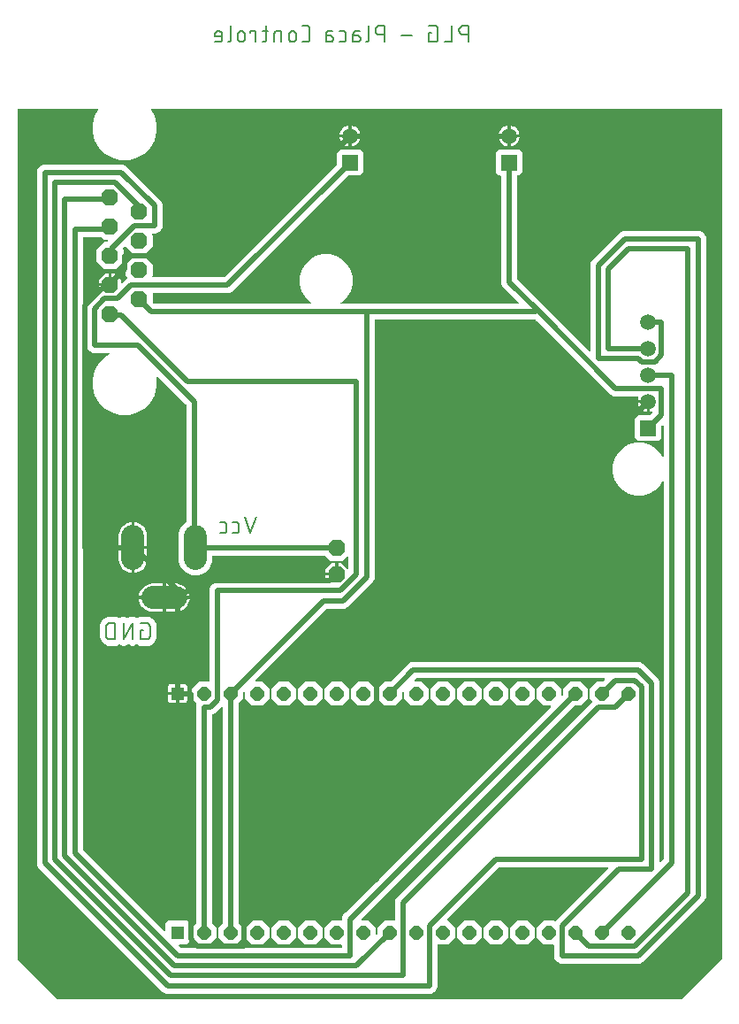
<source format=gbr>
G04 EAGLE Gerber RS-274X export*
G75*
%MOMM*%
%FSLAX34Y34*%
%LPD*%
%INBottom Copper*%
%IPPOS*%
%AMOC8*
5,1,8,0,0,1.08239X$1,22.5*%
G01*
%ADD10C,0.203200*%
%ADD11P,1.732040X8X292.500000*%
%ADD12P,1.704548X8X112.500000*%
%ADD13C,2.184400*%
%ADD14R,1.508000X1.508000*%
%ADD15C,1.508000*%
%ADD16R,1.308000X1.308000*%
%ADD17P,1.415766X8X22.500000*%
%ADD18C,0.508000*%

G36*
X673190Y24654D02*
X673190Y24654D01*
X673281Y24661D01*
X673311Y24673D01*
X673343Y24679D01*
X673423Y24721D01*
X673507Y24757D01*
X673539Y24783D01*
X673560Y24794D01*
X673582Y24817D01*
X673638Y24862D01*
X711738Y62962D01*
X711786Y63028D01*
X711792Y63034D01*
X711794Y63039D01*
X711851Y63105D01*
X711863Y63135D01*
X711882Y63161D01*
X711909Y63248D01*
X711943Y63333D01*
X711947Y63374D01*
X711954Y63397D01*
X711953Y63429D01*
X711961Y63500D01*
X711961Y876300D01*
X711958Y876320D01*
X711960Y876339D01*
X711938Y876441D01*
X711922Y876543D01*
X711912Y876560D01*
X711908Y876580D01*
X711855Y876669D01*
X711806Y876760D01*
X711792Y876774D01*
X711782Y876791D01*
X711703Y876858D01*
X711628Y876930D01*
X711610Y876938D01*
X711595Y876951D01*
X711499Y876990D01*
X711405Y877033D01*
X711385Y877035D01*
X711367Y877043D01*
X711200Y877061D01*
X165803Y877061D01*
X165709Y877046D01*
X165614Y877037D01*
X165588Y877026D01*
X165560Y877022D01*
X165476Y876977D01*
X165389Y876939D01*
X165368Y876920D01*
X165343Y876906D01*
X165277Y876837D01*
X165207Y876773D01*
X165193Y876749D01*
X165174Y876728D01*
X165133Y876642D01*
X165087Y876558D01*
X165082Y876531D01*
X165070Y876505D01*
X165060Y876410D01*
X165042Y876317D01*
X165046Y876289D01*
X165043Y876261D01*
X165063Y876167D01*
X165077Y876073D01*
X165091Y876041D01*
X165095Y876020D01*
X165112Y875992D01*
X165144Y875919D01*
X168340Y870383D01*
X170435Y862566D01*
X170435Y854474D01*
X168340Y846657D01*
X164294Y839648D01*
X158572Y833926D01*
X151563Y829880D01*
X143746Y827785D01*
X135654Y827785D01*
X127837Y829880D01*
X120828Y833926D01*
X115106Y839648D01*
X111060Y846657D01*
X108965Y854474D01*
X108965Y862566D01*
X111060Y870383D01*
X114256Y875919D01*
X114290Y876008D01*
X114330Y876095D01*
X114333Y876123D01*
X114343Y876149D01*
X114347Y876245D01*
X114357Y876339D01*
X114351Y876367D01*
X114352Y876395D01*
X114325Y876487D01*
X114305Y876580D01*
X114290Y876604D01*
X114282Y876631D01*
X114228Y876709D01*
X114179Y876791D01*
X114157Y876809D01*
X114141Y876832D01*
X114064Y876889D01*
X113992Y876951D01*
X113965Y876961D01*
X113943Y876978D01*
X113852Y877007D01*
X113764Y877043D01*
X113728Y877047D01*
X113709Y877053D01*
X113676Y877053D01*
X113597Y877061D01*
X38100Y877061D01*
X38080Y877058D01*
X38061Y877060D01*
X37959Y877038D01*
X37857Y877022D01*
X37840Y877012D01*
X37820Y877008D01*
X37731Y876955D01*
X37640Y876906D01*
X37626Y876892D01*
X37609Y876882D01*
X37542Y876803D01*
X37471Y876728D01*
X37462Y876710D01*
X37449Y876695D01*
X37410Y876599D01*
X37367Y876505D01*
X37365Y876485D01*
X37357Y876467D01*
X37339Y876300D01*
X37339Y63500D01*
X37354Y63410D01*
X37361Y63319D01*
X37373Y63289D01*
X37379Y63257D01*
X37421Y63177D01*
X37457Y63093D01*
X37483Y63061D01*
X37494Y63040D01*
X37517Y63018D01*
X37562Y62962D01*
X75662Y24862D01*
X75736Y24809D01*
X75805Y24749D01*
X75835Y24737D01*
X75861Y24718D01*
X75948Y24691D01*
X76033Y24657D01*
X76074Y24653D01*
X76097Y24646D01*
X76129Y24647D01*
X76200Y24639D01*
X673100Y24639D01*
X673190Y24654D01*
G37*
%LPC*%
G36*
X179459Y30479D02*
X179459Y30479D01*
X176658Y31639D01*
X174408Y33890D01*
X174407Y33890D01*
X59290Y149007D01*
X57039Y151258D01*
X55879Y154059D01*
X55879Y817491D01*
X57039Y820292D01*
X59183Y822436D01*
X61984Y823596D01*
X138041Y823596D01*
X140842Y822436D01*
X174736Y788542D01*
X175896Y785741D01*
X175896Y763659D01*
X174736Y760858D01*
X172592Y758714D01*
X169791Y757554D01*
X166844Y757554D01*
X166774Y757543D01*
X166702Y757541D01*
X166653Y757523D01*
X166602Y757515D01*
X166538Y757481D01*
X166471Y757456D01*
X166430Y757424D01*
X166384Y757399D01*
X166335Y757347D01*
X166279Y757303D01*
X166251Y757259D01*
X166215Y757221D01*
X166185Y757156D01*
X166146Y757096D01*
X166133Y757045D01*
X166111Y756998D01*
X166103Y756927D01*
X166086Y756857D01*
X166090Y756805D01*
X166084Y756754D01*
X166099Y756683D01*
X166105Y756612D01*
X166125Y756564D01*
X166136Y756513D01*
X166173Y756452D01*
X166201Y756386D01*
X166246Y756330D01*
X166262Y756302D01*
X166280Y756287D01*
X166306Y756255D01*
X166625Y755936D01*
X166625Y745204D01*
X159036Y737615D01*
X148304Y737615D01*
X140912Y745008D01*
X140895Y745019D01*
X140883Y745035D01*
X140796Y745091D01*
X140712Y745151D01*
X140693Y745157D01*
X140676Y745168D01*
X140576Y745193D01*
X140477Y745224D01*
X140457Y745223D01*
X140438Y745228D01*
X140335Y745220D01*
X140231Y745217D01*
X140212Y745210D01*
X140192Y745209D01*
X140097Y745168D01*
X140000Y745133D01*
X139984Y745120D01*
X139966Y745113D01*
X139835Y745008D01*
X138277Y743450D01*
X138266Y743434D01*
X138250Y743421D01*
X138194Y743334D01*
X138134Y743250D01*
X138128Y743231D01*
X138117Y743214D01*
X138092Y743114D01*
X138061Y743015D01*
X138062Y742995D01*
X138057Y742976D01*
X138065Y742873D01*
X138068Y742769D01*
X138075Y742750D01*
X138076Y742731D01*
X138117Y742636D01*
X138152Y742538D01*
X138165Y742523D01*
X138172Y742504D01*
X138277Y742373D01*
X138685Y741966D01*
X138685Y731234D01*
X131096Y723645D01*
X120364Y723645D01*
X112775Y731234D01*
X112775Y741966D01*
X120364Y749555D01*
X122512Y749555D01*
X122602Y749569D01*
X122693Y749577D01*
X122723Y749589D01*
X122755Y749594D01*
X122836Y749637D01*
X122919Y749673D01*
X122952Y749699D01*
X122972Y749710D01*
X122994Y749733D01*
X123050Y749778D01*
X123558Y750286D01*
X123600Y750344D01*
X123650Y750396D01*
X123672Y750443D01*
X123702Y750485D01*
X123723Y750554D01*
X123753Y750619D01*
X123759Y750671D01*
X123774Y750721D01*
X123772Y750792D01*
X123780Y750863D01*
X123769Y750914D01*
X123768Y750966D01*
X123743Y751034D01*
X123728Y751104D01*
X123701Y751148D01*
X123684Y751197D01*
X123639Y751253D01*
X123602Y751315D01*
X123562Y751349D01*
X123530Y751389D01*
X123470Y751428D01*
X123415Y751475D01*
X123367Y751494D01*
X123323Y751522D01*
X123253Y751540D01*
X123187Y751567D01*
X123116Y751575D01*
X123084Y751583D01*
X123061Y751581D01*
X123020Y751585D01*
X120364Y751585D01*
X117793Y754156D01*
X117719Y754209D01*
X117650Y754269D01*
X117619Y754281D01*
X117593Y754300D01*
X117506Y754327D01*
X117421Y754361D01*
X117380Y754365D01*
X117358Y754372D01*
X117326Y754371D01*
X117255Y754379D01*
X100457Y754379D01*
X100437Y754376D01*
X100418Y754378D01*
X100316Y754356D01*
X100214Y754340D01*
X100197Y754330D01*
X100177Y754326D01*
X100088Y754273D01*
X99997Y754224D01*
X99983Y754210D01*
X99966Y754200D01*
X99899Y754121D01*
X99827Y754046D01*
X99819Y754028D01*
X99806Y754013D01*
X99767Y753917D01*
X99724Y753823D01*
X99722Y753803D01*
X99714Y753785D01*
X99696Y753618D01*
X99696Y168572D01*
X99710Y168482D01*
X99718Y168391D01*
X99730Y168361D01*
X99735Y168329D01*
X99778Y168248D01*
X99814Y168165D01*
X99840Y168132D01*
X99851Y168112D01*
X99874Y168090D01*
X99919Y168034D01*
X177580Y90373D01*
X177638Y90331D01*
X177690Y90281D01*
X177737Y90259D01*
X177779Y90229D01*
X177848Y90208D01*
X177913Y90178D01*
X177965Y90172D01*
X178015Y90157D01*
X178086Y90159D01*
X178157Y90151D01*
X178208Y90162D01*
X178260Y90163D01*
X178328Y90188D01*
X178398Y90203D01*
X178442Y90230D01*
X178491Y90247D01*
X178547Y90292D01*
X178609Y90329D01*
X178643Y90369D01*
X178683Y90401D01*
X178722Y90461D01*
X178769Y90516D01*
X178788Y90564D01*
X178816Y90608D01*
X178834Y90678D01*
X178861Y90744D01*
X178869Y90815D01*
X178877Y90847D01*
X178875Y90870D01*
X178879Y90911D01*
X178879Y97545D01*
X181855Y100521D01*
X199145Y100521D01*
X202121Y97545D01*
X202121Y80255D01*
X199145Y77279D01*
X192511Y77279D01*
X192440Y77268D01*
X192368Y77266D01*
X192319Y77248D01*
X192268Y77240D01*
X192205Y77206D01*
X192137Y77181D01*
X192097Y77149D01*
X192051Y77124D01*
X192001Y77072D01*
X191945Y77028D01*
X191917Y76984D01*
X191881Y76946D01*
X191851Y76881D01*
X191812Y76821D01*
X191800Y76770D01*
X191778Y76723D01*
X191770Y76652D01*
X191752Y76582D01*
X191756Y76530D01*
X191751Y76479D01*
X191766Y76408D01*
X191771Y76337D01*
X191792Y76289D01*
X191803Y76238D01*
X191840Y76177D01*
X191868Y76111D01*
X191913Y76055D01*
X191929Y76027D01*
X191947Y76012D01*
X191973Y75980D01*
X193434Y74519D01*
X193508Y74466D01*
X193577Y74406D01*
X193607Y74394D01*
X193633Y74375D01*
X193721Y74348D01*
X193805Y74314D01*
X193846Y74310D01*
X193868Y74303D01*
X193901Y74304D01*
X193972Y74296D01*
X347218Y74296D01*
X347238Y74299D01*
X347257Y74297D01*
X347359Y74319D01*
X347461Y74335D01*
X347478Y74345D01*
X347498Y74349D01*
X347587Y74402D01*
X347678Y74451D01*
X347692Y74465D01*
X347709Y74475D01*
X347776Y74554D01*
X347848Y74629D01*
X347856Y74647D01*
X347869Y74662D01*
X347908Y74758D01*
X347951Y74852D01*
X347953Y74872D01*
X347961Y74890D01*
X347979Y75057D01*
X347979Y76518D01*
X347976Y76538D01*
X347978Y76557D01*
X347956Y76659D01*
X347940Y76761D01*
X347930Y76778D01*
X347926Y76798D01*
X347873Y76887D01*
X347824Y76978D01*
X347810Y76992D01*
X347800Y77009D01*
X347721Y77076D01*
X347646Y77148D01*
X347628Y77156D01*
X347613Y77169D01*
X347517Y77208D01*
X347423Y77251D01*
X347403Y77253D01*
X347385Y77261D01*
X347218Y77279D01*
X338087Y77279D01*
X331279Y84087D01*
X331279Y93713D01*
X338087Y100521D01*
X347218Y100521D01*
X347238Y100524D01*
X347257Y100522D01*
X347359Y100544D01*
X347461Y100560D01*
X347478Y100570D01*
X347498Y100574D01*
X347587Y100627D01*
X347678Y100676D01*
X347692Y100690D01*
X347709Y100700D01*
X347776Y100779D01*
X347848Y100854D01*
X347856Y100872D01*
X347869Y100887D01*
X347908Y100983D01*
X347951Y101077D01*
X347953Y101097D01*
X347961Y101115D01*
X347979Y101282D01*
X347979Y103116D01*
X349139Y105917D01*
X351390Y108168D01*
X547802Y304580D01*
X547844Y304638D01*
X547894Y304690D01*
X547916Y304737D01*
X547946Y304779D01*
X547967Y304848D01*
X547997Y304913D01*
X548003Y304965D01*
X548018Y305015D01*
X548016Y305086D01*
X548024Y305157D01*
X548013Y305208D01*
X548012Y305260D01*
X547987Y305328D01*
X547972Y305398D01*
X547945Y305442D01*
X547928Y305491D01*
X547883Y305547D01*
X547846Y305609D01*
X547806Y305643D01*
X547774Y305683D01*
X547714Y305722D01*
X547659Y305769D01*
X547611Y305788D01*
X547567Y305816D01*
X547497Y305834D01*
X547431Y305861D01*
X547360Y305869D01*
X547328Y305877D01*
X547305Y305875D01*
X547264Y305879D01*
X541287Y305879D01*
X534479Y312687D01*
X534479Y322313D01*
X541287Y329121D01*
X550913Y329121D01*
X557721Y322313D01*
X557721Y316336D01*
X557732Y316265D01*
X557734Y316193D01*
X557752Y316144D01*
X557760Y316093D01*
X557794Y316030D01*
X557819Y315962D01*
X557851Y315922D01*
X557876Y315876D01*
X557927Y315826D01*
X557972Y315770D01*
X558016Y315742D01*
X558054Y315706D01*
X558119Y315676D01*
X558179Y315637D01*
X558230Y315625D01*
X558277Y315603D01*
X558348Y315595D01*
X558418Y315577D01*
X558470Y315581D01*
X558521Y315576D01*
X558592Y315591D01*
X558663Y315596D01*
X558711Y315617D01*
X558762Y315628D01*
X558823Y315665D01*
X558889Y315693D01*
X558945Y315738D01*
X558973Y315754D01*
X558988Y315772D01*
X559020Y315798D01*
X559656Y316434D01*
X559700Y316495D01*
X559734Y316531D01*
X559741Y316544D01*
X559769Y316577D01*
X559781Y316607D01*
X559800Y316633D01*
X559827Y316720D01*
X559861Y316805D01*
X559865Y316846D01*
X559872Y316868D01*
X559871Y316901D01*
X559879Y316972D01*
X559879Y322313D01*
X566687Y329121D01*
X576313Y329121D01*
X583121Y322313D01*
X583121Y312687D01*
X576313Y305879D01*
X570972Y305879D01*
X570882Y305865D01*
X570791Y305857D01*
X570761Y305845D01*
X570729Y305840D01*
X570648Y305797D01*
X570565Y305761D01*
X570532Y305735D01*
X570512Y305724D01*
X570490Y305701D01*
X570434Y305656D01*
X366598Y101820D01*
X366556Y101762D01*
X366506Y101710D01*
X366484Y101663D01*
X366454Y101621D01*
X366433Y101552D01*
X366403Y101487D01*
X366397Y101435D01*
X366382Y101385D01*
X366384Y101314D01*
X366376Y101243D01*
X366387Y101192D01*
X366388Y101140D01*
X366413Y101072D01*
X366428Y101002D01*
X366455Y100958D01*
X366472Y100909D01*
X366517Y100853D01*
X366554Y100791D01*
X366594Y100757D01*
X366626Y100717D01*
X366686Y100678D01*
X366741Y100631D01*
X366789Y100612D01*
X366833Y100584D01*
X366903Y100566D01*
X366969Y100539D01*
X367040Y100531D01*
X367072Y100523D01*
X367095Y100525D01*
X367136Y100521D01*
X373113Y100521D01*
X379921Y93713D01*
X379921Y87736D01*
X379932Y87665D01*
X379934Y87593D01*
X379952Y87544D01*
X379960Y87493D01*
X379994Y87430D01*
X380019Y87362D01*
X380051Y87322D01*
X380076Y87276D01*
X380127Y87226D01*
X380172Y87170D01*
X380216Y87142D01*
X380254Y87106D01*
X380319Y87076D01*
X380379Y87037D01*
X380430Y87025D01*
X380477Y87003D01*
X380548Y86995D01*
X380618Y86977D01*
X380670Y86981D01*
X380721Y86976D01*
X380792Y86991D01*
X380863Y86996D01*
X380911Y87017D01*
X380962Y87028D01*
X381023Y87065D01*
X381089Y87093D01*
X381145Y87138D01*
X381173Y87154D01*
X381188Y87172D01*
X381220Y87198D01*
X381856Y87834D01*
X381910Y87908D01*
X381969Y87977D01*
X381981Y88007D01*
X382000Y88033D01*
X382027Y88120D01*
X382061Y88205D01*
X382065Y88246D01*
X382072Y88268D01*
X382071Y88301D01*
X382079Y88372D01*
X382079Y93713D01*
X388887Y100521D01*
X398018Y100521D01*
X398038Y100524D01*
X398057Y100522D01*
X398159Y100544D01*
X398261Y100560D01*
X398278Y100570D01*
X398298Y100574D01*
X398387Y100627D01*
X398478Y100676D01*
X398492Y100690D01*
X398509Y100700D01*
X398576Y100779D01*
X398648Y100854D01*
X398656Y100872D01*
X398669Y100887D01*
X398708Y100983D01*
X398751Y101077D01*
X398753Y101097D01*
X398761Y101115D01*
X398779Y101282D01*
X398779Y118991D01*
X399939Y121792D01*
X402190Y124043D01*
X587518Y309371D01*
X587530Y309387D01*
X587546Y309399D01*
X587602Y309487D01*
X587662Y309571D01*
X587668Y309589D01*
X587679Y309606D01*
X587704Y309707D01*
X587734Y309806D01*
X587734Y309826D01*
X587739Y309845D01*
X587731Y309948D01*
X587728Y310052D01*
X587721Y310070D01*
X587720Y310090D01*
X587679Y310185D01*
X587644Y310283D01*
X587631Y310298D01*
X587623Y310316D01*
X587518Y310447D01*
X585279Y312687D01*
X585279Y322313D01*
X592087Y329121D01*
X597428Y329121D01*
X597518Y329135D01*
X597609Y329143D01*
X597639Y329155D01*
X597671Y329160D01*
X597751Y329203D01*
X597835Y329239D01*
X597868Y329265D01*
X597888Y329276D01*
X597904Y329293D01*
X597906Y329294D01*
X597914Y329302D01*
X597966Y329344D01*
X599427Y330805D01*
X599469Y330863D01*
X599519Y330915D01*
X599541Y330962D01*
X599571Y331004D01*
X599592Y331073D01*
X599622Y331138D01*
X599628Y331190D01*
X599643Y331240D01*
X599641Y331311D01*
X599649Y331382D01*
X599638Y331433D01*
X599637Y331485D01*
X599612Y331553D01*
X599597Y331623D01*
X599570Y331668D01*
X599553Y331716D01*
X599508Y331772D01*
X599471Y331834D01*
X599431Y331868D01*
X599399Y331908D01*
X599339Y331947D01*
X599284Y331994D01*
X599236Y332013D01*
X599192Y332041D01*
X599122Y332059D01*
X599056Y332086D01*
X598985Y332094D01*
X598953Y332102D01*
X598930Y332100D01*
X598889Y332104D01*
X419397Y332104D01*
X419307Y332090D01*
X419216Y332082D01*
X419186Y332070D01*
X419154Y332065D01*
X419074Y332022D01*
X418990Y331986D01*
X418957Y331960D01*
X418937Y331949D01*
X418915Y331926D01*
X418859Y331881D01*
X417398Y330420D01*
X417356Y330362D01*
X417306Y330310D01*
X417284Y330263D01*
X417254Y330221D01*
X417233Y330152D01*
X417203Y330087D01*
X417197Y330035D01*
X417182Y329985D01*
X417184Y329914D01*
X417176Y329843D01*
X417187Y329792D01*
X417188Y329740D01*
X417213Y329672D01*
X417228Y329602D01*
X417255Y329557D01*
X417272Y329509D01*
X417317Y329453D01*
X417354Y329391D01*
X417394Y329357D01*
X417426Y329317D01*
X417486Y329278D01*
X417541Y329231D01*
X417589Y329212D01*
X417633Y329184D01*
X417703Y329166D01*
X417769Y329139D01*
X417840Y329131D01*
X417872Y329123D01*
X417895Y329125D01*
X417936Y329121D01*
X423913Y329121D01*
X430721Y322313D01*
X430721Y312687D01*
X423913Y305879D01*
X414287Y305879D01*
X407479Y312687D01*
X407479Y318664D01*
X407468Y318735D01*
X407466Y318807D01*
X407448Y318856D01*
X407440Y318907D01*
X407406Y318970D01*
X407381Y319038D01*
X407349Y319078D01*
X407324Y319124D01*
X407273Y319174D01*
X407228Y319230D01*
X407184Y319258D01*
X407146Y319294D01*
X407081Y319324D01*
X407021Y319363D01*
X406970Y319375D01*
X406923Y319397D01*
X406852Y319405D01*
X406782Y319423D01*
X406730Y319419D01*
X406679Y319424D01*
X406608Y319409D01*
X406537Y319404D01*
X406489Y319383D01*
X406438Y319372D01*
X406377Y319335D01*
X406311Y319307D01*
X406255Y319262D01*
X406227Y319246D01*
X406212Y319228D01*
X406180Y319202D01*
X405544Y318566D01*
X405490Y318492D01*
X405431Y318423D01*
X405419Y318393D01*
X405400Y318367D01*
X405373Y318280D01*
X405339Y318195D01*
X405335Y318154D01*
X405328Y318132D01*
X405329Y318099D01*
X405321Y318028D01*
X405321Y312687D01*
X398513Y305879D01*
X388887Y305879D01*
X382079Y312687D01*
X382079Y322313D01*
X388887Y329121D01*
X394228Y329121D01*
X394318Y329135D01*
X394409Y329143D01*
X394439Y329155D01*
X394471Y329160D01*
X394552Y329203D01*
X394635Y329239D01*
X394668Y329265D01*
X394688Y329276D01*
X394704Y329293D01*
X394706Y329294D01*
X394714Y329302D01*
X394766Y329344D01*
X411608Y346186D01*
X414409Y347346D01*
X633341Y347346D01*
X636142Y346186D01*
X650986Y331342D01*
X652146Y328541D01*
X652146Y156761D01*
X652157Y156690D01*
X652159Y156618D01*
X652177Y156569D01*
X652185Y156518D01*
X652219Y156455D01*
X652244Y156387D01*
X652276Y156347D01*
X652301Y156301D01*
X652353Y156251D01*
X652397Y156195D01*
X652441Y156167D01*
X652479Y156131D01*
X652544Y156101D01*
X652604Y156062D01*
X652655Y156050D01*
X652702Y156028D01*
X652773Y156020D01*
X652843Y156002D01*
X652895Y156006D01*
X652946Y156001D01*
X653017Y156016D01*
X653088Y156021D01*
X653136Y156042D01*
X653187Y156053D01*
X653248Y156090D01*
X653314Y156118D01*
X653370Y156163D01*
X653398Y156179D01*
X653413Y156197D01*
X653445Y156223D01*
X655731Y158509D01*
X655784Y158583D01*
X655844Y158652D01*
X655856Y158682D01*
X655875Y158708D01*
X655902Y158796D01*
X655936Y158880D01*
X655940Y158921D01*
X655947Y158943D01*
X655946Y158976D01*
X655954Y159047D01*
X655954Y519661D01*
X655947Y519708D01*
X655948Y519756D01*
X655927Y519829D01*
X655915Y519904D01*
X655892Y519946D01*
X655878Y519992D01*
X655835Y520054D01*
X655799Y520121D01*
X655765Y520154D01*
X655737Y520193D01*
X655676Y520238D01*
X655621Y520290D01*
X655578Y520310D01*
X655539Y520339D01*
X655467Y520362D01*
X655398Y520394D01*
X655350Y520399D01*
X655305Y520414D01*
X655229Y520413D01*
X655154Y520421D01*
X655107Y520411D01*
X655059Y520410D01*
X654987Y520385D01*
X654913Y520369D01*
X654872Y520344D01*
X654827Y520328D01*
X654767Y520281D01*
X654702Y520243D01*
X654671Y520206D01*
X654633Y520177D01*
X654557Y520073D01*
X654542Y520056D01*
X654540Y520049D01*
X654534Y520041D01*
X652594Y516681D01*
X647909Y511996D01*
X642172Y508684D01*
X635772Y506969D01*
X629148Y506969D01*
X622748Y508684D01*
X617011Y511996D01*
X612326Y516681D01*
X609014Y522418D01*
X607299Y528818D01*
X607299Y535442D01*
X609014Y541842D01*
X612326Y547579D01*
X617011Y552264D01*
X622748Y555576D01*
X629148Y557291D01*
X635772Y557291D01*
X642172Y555576D01*
X647909Y552264D01*
X652594Y547579D01*
X654534Y544219D01*
X654564Y544181D01*
X654587Y544139D01*
X654642Y544087D01*
X654690Y544028D01*
X654730Y544003D01*
X654765Y543970D01*
X654834Y543938D01*
X654898Y543898D01*
X654945Y543886D01*
X654988Y543866D01*
X655063Y543858D01*
X655137Y543840D01*
X655185Y543844D01*
X655232Y543839D01*
X655307Y543855D01*
X655382Y543862D01*
X655426Y543881D01*
X655473Y543891D01*
X655538Y543930D01*
X655607Y543961D01*
X655643Y543993D01*
X655684Y544017D01*
X655733Y544075D01*
X655789Y544126D01*
X655813Y544168D01*
X655844Y544204D01*
X655872Y544275D01*
X655909Y544341D01*
X655918Y544388D01*
X655936Y544433D01*
X655950Y544561D01*
X655954Y544583D01*
X655953Y544589D01*
X655954Y544599D01*
X655954Y573489D01*
X655943Y573560D01*
X655941Y573632D01*
X655923Y573681D01*
X655915Y573732D01*
X655881Y573795D01*
X655856Y573863D01*
X655824Y573903D01*
X655799Y573949D01*
X655747Y573999D01*
X655703Y574055D01*
X655659Y574083D01*
X655621Y574119D01*
X655556Y574149D01*
X655496Y574188D01*
X655445Y574200D01*
X655398Y574222D01*
X655327Y574230D01*
X655257Y574248D01*
X655205Y574244D01*
X655154Y574249D01*
X655083Y574234D01*
X655012Y574229D01*
X654964Y574208D01*
X654913Y574197D01*
X654852Y574160D01*
X654786Y574132D01*
X654730Y574087D01*
X654702Y574071D01*
X654687Y574053D01*
X654655Y574027D01*
X654194Y573566D01*
X654140Y573492D01*
X654081Y573423D01*
X654069Y573393D01*
X654050Y573367D01*
X654023Y573280D01*
X653989Y573195D01*
X653985Y573154D01*
X653978Y573132D01*
X653979Y573099D01*
X653971Y573028D01*
X653971Y561855D01*
X650995Y558879D01*
X631705Y558879D01*
X628729Y561855D01*
X628729Y581145D01*
X631705Y584121D01*
X642878Y584121D01*
X642968Y584135D01*
X643059Y584143D01*
X643089Y584155D01*
X643121Y584160D01*
X643202Y584203D01*
X643285Y584239D01*
X643318Y584265D01*
X643338Y584276D01*
X643360Y584299D01*
X643416Y584344D01*
X645067Y585995D01*
X645107Y586050D01*
X645154Y586098D01*
X645178Y586149D01*
X645211Y586195D01*
X645231Y586259D01*
X645260Y586320D01*
X645267Y586376D01*
X645283Y586430D01*
X645282Y586497D01*
X645290Y586565D01*
X645278Y586619D01*
X645277Y586675D01*
X645254Y586739D01*
X645240Y586806D01*
X645212Y586854D01*
X645193Y586906D01*
X645150Y586960D01*
X645116Y587018D01*
X645074Y587055D01*
X645039Y587099D01*
X644982Y587135D01*
X644931Y587180D01*
X644879Y587201D01*
X644832Y587232D01*
X644766Y587248D01*
X644704Y587274D01*
X644648Y587278D01*
X644593Y587292D01*
X644526Y587286D01*
X644458Y587291D01*
X644381Y587275D01*
X644348Y587272D01*
X644329Y587264D01*
X644294Y587257D01*
X643711Y587068D01*
X642873Y586935D01*
X642873Y596138D01*
X642870Y596158D01*
X642872Y596177D01*
X642850Y596279D01*
X642833Y596381D01*
X642824Y596398D01*
X642820Y596418D01*
X642767Y596507D01*
X642718Y596598D01*
X642704Y596612D01*
X642694Y596629D01*
X642615Y596696D01*
X642540Y596767D01*
X642522Y596776D01*
X642507Y596789D01*
X642411Y596827D01*
X642317Y596871D01*
X642297Y596873D01*
X642279Y596881D01*
X642112Y596899D01*
X641349Y596899D01*
X641349Y597662D01*
X641346Y597682D01*
X641348Y597701D01*
X641326Y597803D01*
X641309Y597905D01*
X641300Y597922D01*
X641296Y597942D01*
X641243Y598031D01*
X641194Y598122D01*
X641180Y598136D01*
X641170Y598153D01*
X641091Y598220D01*
X641016Y598291D01*
X640998Y598300D01*
X640983Y598313D01*
X640887Y598352D01*
X640793Y598395D01*
X640773Y598397D01*
X640755Y598405D01*
X640588Y598423D01*
X631385Y598423D01*
X631517Y599261D01*
X632008Y600770D01*
X632060Y600872D01*
X632083Y600944D01*
X632115Y601013D01*
X632120Y601061D01*
X632135Y601107D01*
X632134Y601182D01*
X632142Y601257D01*
X632132Y601305D01*
X632131Y601353D01*
X632106Y601424D01*
X632090Y601498D01*
X632065Y601539D01*
X632049Y601585D01*
X632002Y601644D01*
X631964Y601709D01*
X631927Y601740D01*
X631897Y601778D01*
X631834Y601820D01*
X631777Y601869D01*
X631732Y601887D01*
X631692Y601913D01*
X631619Y601932D01*
X631549Y601961D01*
X631484Y601968D01*
X631454Y601976D01*
X631428Y601974D01*
X631382Y601979D01*
X608084Y601979D01*
X605283Y603139D01*
X533641Y674781D01*
X533567Y674834D01*
X533498Y674894D01*
X533468Y674906D01*
X533442Y674925D01*
X533355Y674952D01*
X533270Y674986D01*
X533229Y674990D01*
X533207Y674997D01*
X533174Y674996D01*
X533103Y675004D01*
X379857Y675004D01*
X379837Y675001D01*
X379818Y675003D01*
X379716Y674981D01*
X379614Y674965D01*
X379597Y674955D01*
X379577Y674951D01*
X379488Y674898D01*
X379397Y674849D01*
X379383Y674835D01*
X379366Y674825D01*
X379299Y674746D01*
X379227Y674671D01*
X379219Y674653D01*
X379206Y674638D01*
X379167Y674542D01*
X379124Y674448D01*
X379122Y674428D01*
X379114Y674410D01*
X379096Y674243D01*
X379096Y427109D01*
X377936Y424308D01*
X353567Y399939D01*
X350766Y398779D01*
X333672Y398779D01*
X333582Y398765D01*
X333491Y398757D01*
X333461Y398745D01*
X333429Y398740D01*
X333348Y398697D01*
X333265Y398661D01*
X333232Y398635D01*
X333212Y398624D01*
X333190Y398601D01*
X333134Y398556D01*
X264998Y330420D01*
X264956Y330362D01*
X264906Y330310D01*
X264884Y330263D01*
X264854Y330221D01*
X264833Y330152D01*
X264803Y330087D01*
X264797Y330035D01*
X264782Y329985D01*
X264784Y329914D01*
X264776Y329843D01*
X264787Y329792D01*
X264788Y329740D01*
X264813Y329672D01*
X264828Y329602D01*
X264855Y329557D01*
X264872Y329509D01*
X264917Y329453D01*
X264954Y329391D01*
X264994Y329357D01*
X265026Y329317D01*
X265086Y329278D01*
X265141Y329231D01*
X265189Y329212D01*
X265233Y329184D01*
X265303Y329166D01*
X265369Y329139D01*
X265440Y329131D01*
X265472Y329123D01*
X265495Y329125D01*
X265536Y329121D01*
X271513Y329121D01*
X278321Y322313D01*
X278321Y312687D01*
X271513Y305879D01*
X261887Y305879D01*
X255079Y312687D01*
X255079Y318664D01*
X255068Y318735D01*
X255066Y318807D01*
X255048Y318856D01*
X255040Y318907D01*
X255006Y318970D01*
X254981Y319038D01*
X254949Y319078D01*
X254924Y319124D01*
X254873Y319174D01*
X254828Y319230D01*
X254784Y319258D01*
X254746Y319294D01*
X254681Y319324D01*
X254621Y319363D01*
X254570Y319375D01*
X254523Y319397D01*
X254452Y319405D01*
X254382Y319423D01*
X254330Y319419D01*
X254279Y319424D01*
X254208Y319409D01*
X254137Y319404D01*
X254089Y319383D01*
X254038Y319372D01*
X253977Y319335D01*
X253911Y319307D01*
X253855Y319262D01*
X253827Y319246D01*
X253812Y319228D01*
X253780Y319202D01*
X253144Y318566D01*
X253091Y318492D01*
X253031Y318423D01*
X253019Y318393D01*
X253000Y318367D01*
X252973Y318280D01*
X252939Y318195D01*
X252935Y318154D01*
X252928Y318132D01*
X252929Y318099D01*
X252921Y318028D01*
X252921Y312687D01*
X249144Y308910D01*
X249091Y308836D01*
X249031Y308766D01*
X249019Y308736D01*
X249000Y308710D01*
X248973Y308623D01*
X248939Y308538D01*
X248935Y308497D01*
X248928Y308475D01*
X248929Y308443D01*
X248921Y308371D01*
X248921Y98029D01*
X248935Y97939D01*
X248943Y97848D01*
X248955Y97818D01*
X248960Y97786D01*
X249003Y97705D01*
X249039Y97621D01*
X249065Y97589D01*
X249076Y97569D01*
X249099Y97546D01*
X249144Y97490D01*
X252921Y93713D01*
X252921Y84087D01*
X246113Y77279D01*
X236487Y77279D01*
X229679Y84087D01*
X229679Y93713D01*
X233456Y97490D01*
X233509Y97564D01*
X233569Y97634D01*
X233581Y97664D01*
X233600Y97690D01*
X233627Y97777D01*
X233661Y97862D01*
X233665Y97903D01*
X233672Y97925D01*
X233671Y97957D01*
X233679Y98029D01*
X233679Y303614D01*
X233668Y303685D01*
X233666Y303757D01*
X233648Y303806D01*
X233640Y303857D01*
X233606Y303920D01*
X233581Y303988D01*
X233549Y304028D01*
X233524Y304074D01*
X233472Y304124D01*
X233428Y304180D01*
X233384Y304208D01*
X233346Y304244D01*
X233281Y304274D01*
X233221Y304313D01*
X233170Y304325D01*
X233123Y304347D01*
X233052Y304355D01*
X232982Y304373D01*
X232930Y304369D01*
X232879Y304374D01*
X232808Y304359D01*
X232737Y304354D01*
X232689Y304333D01*
X232638Y304322D01*
X232577Y304285D01*
X232511Y304257D01*
X232455Y304212D01*
X232427Y304196D01*
X232412Y304178D01*
X232380Y304152D01*
X226567Y298339D01*
X223991Y297272D01*
X223891Y297211D01*
X223791Y297151D01*
X223787Y297146D01*
X223782Y297143D01*
X223707Y297053D01*
X223631Y296964D01*
X223629Y296958D01*
X223625Y296953D01*
X223583Y296845D01*
X223539Y296736D01*
X223538Y296728D01*
X223537Y296724D01*
X223536Y296705D01*
X223521Y296569D01*
X223521Y98029D01*
X223535Y97939D01*
X223543Y97848D01*
X223555Y97818D01*
X223560Y97786D01*
X223603Y97705D01*
X223639Y97621D01*
X223665Y97589D01*
X223676Y97569D01*
X223699Y97546D01*
X223744Y97490D01*
X227521Y93713D01*
X227521Y84087D01*
X220713Y77279D01*
X211087Y77279D01*
X204279Y84087D01*
X204279Y93713D01*
X208056Y97490D01*
X208109Y97564D01*
X208169Y97634D01*
X208181Y97664D01*
X208200Y97690D01*
X208227Y97777D01*
X208261Y97862D01*
X208265Y97903D01*
X208272Y97925D01*
X208271Y97957D01*
X208279Y98029D01*
X208279Y306316D01*
X208779Y307522D01*
X208806Y307635D01*
X208834Y307749D01*
X208834Y307756D01*
X208835Y307762D01*
X208826Y307863D01*
X208826Y307864D01*
X208824Y307878D01*
X208815Y307995D01*
X208813Y308000D01*
X208812Y308007D01*
X208778Y308084D01*
X208773Y308104D01*
X208757Y308131D01*
X208719Y308221D01*
X208714Y308227D01*
X208712Y308231D01*
X208699Y308245D01*
X208658Y308297D01*
X208647Y308315D01*
X208636Y308324D01*
X208614Y308352D01*
X204279Y312687D01*
X204279Y322313D01*
X211087Y329121D01*
X220218Y329121D01*
X220238Y329124D01*
X220257Y329122D01*
X220359Y329144D01*
X220461Y329160D01*
X220478Y329170D01*
X220498Y329174D01*
X220587Y329227D01*
X220678Y329276D01*
X220692Y329290D01*
X220709Y329300D01*
X220776Y329379D01*
X220848Y329454D01*
X220856Y329472D01*
X220869Y329487D01*
X220908Y329583D01*
X220951Y329677D01*
X220953Y329697D01*
X220961Y329715D01*
X220979Y329882D01*
X220979Y417441D01*
X222139Y420242D01*
X224283Y422386D01*
X227084Y423546D01*
X334408Y423546D01*
X334479Y423557D01*
X334551Y423559D01*
X334600Y423577D01*
X334651Y423585D01*
X334714Y423619D01*
X334782Y423644D01*
X334822Y423676D01*
X334868Y423701D01*
X334918Y423753D01*
X334974Y423797D01*
X335002Y423841D01*
X335038Y423879D01*
X335068Y423944D01*
X335107Y424004D01*
X335119Y424055D01*
X335141Y424102D01*
X335149Y424173D01*
X335167Y424243D01*
X335163Y424295D01*
X335168Y424346D01*
X335153Y424417D01*
X335148Y424488D01*
X335127Y424536D01*
X335116Y424587D01*
X335079Y424648D01*
X335051Y424714D01*
X335007Y424770D01*
X334990Y424798D01*
X334972Y424813D01*
X334947Y424845D01*
X332358Y427433D01*
X332358Y430277D01*
X342138Y430277D01*
X342158Y430280D01*
X342177Y430278D01*
X342279Y430300D01*
X342381Y430317D01*
X342398Y430326D01*
X342418Y430330D01*
X342507Y430383D01*
X342598Y430432D01*
X342612Y430446D01*
X342629Y430456D01*
X342696Y430535D01*
X342767Y430610D01*
X342776Y430628D01*
X342789Y430643D01*
X342827Y430739D01*
X342871Y430833D01*
X342873Y430853D01*
X342881Y430871D01*
X342899Y431038D01*
X342899Y431801D01*
X343662Y431801D01*
X343682Y431804D01*
X343701Y431802D01*
X343803Y431824D01*
X343905Y431841D01*
X343922Y431850D01*
X343942Y431854D01*
X344031Y431907D01*
X344122Y431956D01*
X344136Y431970D01*
X344153Y431980D01*
X344220Y432059D01*
X344291Y432134D01*
X344300Y432152D01*
X344313Y432167D01*
X344352Y432263D01*
X344395Y432357D01*
X344397Y432377D01*
X344405Y432395D01*
X344423Y432562D01*
X344423Y442342D01*
X347267Y442342D01*
X353030Y436578D01*
X353088Y436537D01*
X353140Y436487D01*
X353187Y436465D01*
X353229Y436435D01*
X353298Y436414D01*
X353363Y436384D01*
X353415Y436378D01*
X353465Y436363D01*
X353536Y436364D01*
X353607Y436357D01*
X353658Y436368D01*
X353710Y436369D01*
X353778Y436394D01*
X353848Y436409D01*
X353893Y436436D01*
X353941Y436453D01*
X353997Y436498D01*
X354059Y436535D01*
X354093Y436575D01*
X354133Y436607D01*
X354172Y436667D01*
X354219Y436722D01*
X354238Y436770D01*
X354266Y436814D01*
X354284Y436883D01*
X354311Y436950D01*
X354319Y437021D01*
X354327Y437053D01*
X354325Y437076D01*
X354329Y437117D01*
X354329Y448291D01*
X354318Y448362D01*
X354316Y448434D01*
X354298Y448483D01*
X354290Y448534D01*
X354256Y448597D01*
X354231Y448665D01*
X354199Y448705D01*
X354174Y448751D01*
X354122Y448801D01*
X354078Y448857D01*
X354034Y448885D01*
X353996Y448921D01*
X353931Y448951D01*
X353871Y448990D01*
X353820Y449002D01*
X353773Y449024D01*
X353702Y449032D01*
X353632Y449050D01*
X353580Y449046D01*
X353529Y449051D01*
X353458Y449036D01*
X353387Y449031D01*
X353339Y449010D01*
X353288Y448999D01*
X353227Y448962D01*
X353161Y448934D01*
X353105Y448889D01*
X353077Y448873D01*
X353062Y448855D01*
X353030Y448829D01*
X348319Y444118D01*
X337481Y444118D01*
X332243Y449356D01*
X332169Y449409D01*
X332100Y449469D01*
X332070Y449481D01*
X332044Y449500D01*
X331957Y449527D01*
X331872Y449561D01*
X331831Y449565D01*
X331809Y449572D01*
X331776Y449571D01*
X331705Y449579D01*
X224564Y449579D01*
X224544Y449576D01*
X224525Y449578D01*
X224423Y449556D01*
X224321Y449540D01*
X224304Y449530D01*
X224284Y449526D01*
X224195Y449473D01*
X224104Y449424D01*
X224090Y449410D01*
X224073Y449400D01*
X224006Y449321D01*
X223934Y449246D01*
X223926Y449228D01*
X223913Y449213D01*
X223874Y449117D01*
X223831Y449023D01*
X223829Y449003D01*
X223821Y448985D01*
X223803Y448818D01*
X223803Y443095D01*
X221366Y437213D01*
X216865Y432712D01*
X210983Y430275D01*
X204617Y430275D01*
X198735Y432712D01*
X194234Y437213D01*
X191797Y443095D01*
X191797Y471305D01*
X194234Y477187D01*
X198531Y481485D01*
X198584Y481559D01*
X198644Y481628D01*
X198656Y481658D01*
X198675Y481684D01*
X198702Y481771D01*
X198736Y481856D01*
X198740Y481897D01*
X198747Y481919D01*
X198746Y481952D01*
X198754Y482023D01*
X198754Y593428D01*
X198740Y593518D01*
X198732Y593609D01*
X198720Y593639D01*
X198715Y593671D01*
X198672Y593752D01*
X198636Y593835D01*
X198610Y593868D01*
X198599Y593888D01*
X198576Y593910D01*
X198531Y593966D01*
X171222Y621275D01*
X171183Y621303D01*
X171151Y621338D01*
X171084Y621375D01*
X171023Y621419D01*
X170977Y621433D01*
X170935Y621456D01*
X170860Y621469D01*
X170788Y621491D01*
X170740Y621490D01*
X170692Y621498D01*
X170617Y621487D01*
X170542Y621485D01*
X170497Y621468D01*
X170449Y621461D01*
X170382Y621427D01*
X170311Y621400D01*
X170273Y621370D01*
X170231Y621348D01*
X170178Y621294D01*
X170119Y621247D01*
X170093Y621206D01*
X170059Y621172D01*
X170027Y621104D01*
X169986Y621040D01*
X169974Y620993D01*
X169953Y620950D01*
X169944Y620875D01*
X169926Y620801D01*
X169929Y620754D01*
X169923Y620706D01*
X169943Y620578D01*
X169945Y620556D01*
X169947Y620550D01*
X169949Y620540D01*
X170435Y618726D01*
X170435Y610634D01*
X168340Y602817D01*
X164294Y595808D01*
X158572Y590086D01*
X151563Y586040D01*
X143746Y583945D01*
X135654Y583945D01*
X127837Y586040D01*
X120828Y590086D01*
X115106Y595808D01*
X111060Y602817D01*
X108965Y610634D01*
X108965Y618726D01*
X111060Y626543D01*
X115106Y633552D01*
X120828Y639274D01*
X125262Y641834D01*
X125299Y641864D01*
X125342Y641887D01*
X125394Y641942D01*
X125453Y641990D01*
X125478Y642030D01*
X125511Y642065D01*
X125543Y642134D01*
X125583Y642198D01*
X125595Y642245D01*
X125615Y642288D01*
X125623Y642363D01*
X125641Y642437D01*
X125637Y642485D01*
X125642Y642532D01*
X125626Y642607D01*
X125619Y642682D01*
X125600Y642726D01*
X125590Y642773D01*
X125551Y642838D01*
X125520Y642907D01*
X125488Y642943D01*
X125463Y642984D01*
X125406Y643033D01*
X125355Y643089D01*
X125313Y643113D01*
X125276Y643144D01*
X125206Y643172D01*
X125140Y643209D01*
X125093Y643218D01*
X125048Y643236D01*
X124920Y643250D01*
X124898Y643254D01*
X124892Y643253D01*
X124882Y643254D01*
X109609Y643254D01*
X106808Y644414D01*
X104664Y646558D01*
X103504Y649359D01*
X103504Y687316D01*
X104664Y690117D01*
X116333Y701786D01*
X116371Y701801D01*
X116410Y701826D01*
X116454Y701841D01*
X116514Y701890D01*
X116580Y701931D01*
X116610Y701966D01*
X116646Y701995D01*
X116688Y702060D01*
X116737Y702120D01*
X116754Y702163D01*
X116779Y702202D01*
X116798Y702277D01*
X116826Y702350D01*
X116827Y702396D01*
X116839Y702440D01*
X116833Y702518D01*
X116836Y702596D01*
X116823Y702640D01*
X116820Y702686D01*
X116789Y702757D01*
X116767Y702832D01*
X116741Y702870D01*
X116723Y702912D01*
X116638Y703019D01*
X116627Y703034D01*
X116623Y703037D01*
X116618Y703043D01*
X115315Y704346D01*
X115315Y707137D01*
X124968Y707137D01*
X124988Y707140D01*
X125007Y707138D01*
X125109Y707160D01*
X125211Y707177D01*
X125228Y707186D01*
X125248Y707190D01*
X125337Y707243D01*
X125428Y707292D01*
X125442Y707306D01*
X125459Y707316D01*
X125526Y707395D01*
X125597Y707470D01*
X125606Y707488D01*
X125619Y707503D01*
X125657Y707599D01*
X125701Y707693D01*
X125703Y707713D01*
X125711Y707731D01*
X125729Y707898D01*
X125729Y708661D01*
X126492Y708661D01*
X126512Y708664D01*
X126531Y708662D01*
X126633Y708684D01*
X126735Y708701D01*
X126752Y708710D01*
X126772Y708714D01*
X126861Y708767D01*
X126952Y708816D01*
X126966Y708830D01*
X126983Y708840D01*
X127050Y708919D01*
X127121Y708994D01*
X127130Y709012D01*
X127143Y709027D01*
X127182Y709123D01*
X127225Y709217D01*
X127227Y709237D01*
X127235Y709255D01*
X127253Y709422D01*
X127253Y719075D01*
X130044Y719075D01*
X136145Y712974D01*
X136145Y710735D01*
X136156Y710664D01*
X136158Y710592D01*
X136176Y710543D01*
X136184Y710492D01*
X136218Y710429D01*
X136243Y710361D01*
X136275Y710321D01*
X136300Y710275D01*
X136352Y710225D01*
X136396Y710169D01*
X136440Y710141D01*
X136478Y710105D01*
X136543Y710075D01*
X136603Y710036D01*
X136654Y710024D01*
X136701Y710002D01*
X136772Y709994D01*
X136842Y709976D01*
X136894Y709980D01*
X136945Y709975D01*
X137016Y709990D01*
X137087Y709995D01*
X137135Y710016D01*
X137186Y710027D01*
X137247Y710064D01*
X137313Y710092D01*
X137369Y710137D01*
X137397Y710153D01*
X137412Y710171D01*
X137444Y710197D01*
X141733Y714486D01*
X141926Y714565D01*
X141965Y714589D01*
X142008Y714605D01*
X142068Y714654D01*
X142135Y714695D01*
X142164Y714730D01*
X142200Y714759D01*
X142242Y714824D01*
X142291Y714884D01*
X142308Y714927D01*
X142333Y714966D01*
X142352Y715041D01*
X142380Y715114D01*
X142382Y715160D01*
X142393Y715204D01*
X142387Y715282D01*
X142390Y715360D01*
X142377Y715404D01*
X142374Y715449D01*
X142343Y715521D01*
X142322Y715596D01*
X142295Y715634D01*
X142277Y715676D01*
X142192Y715782D01*
X142181Y715798D01*
X142177Y715801D01*
X142173Y715807D01*
X140715Y717264D01*
X140715Y727996D01*
X148304Y735585D01*
X159036Y735585D01*
X166625Y727996D01*
X166625Y717264D01*
X166306Y716945D01*
X166264Y716887D01*
X166215Y716835D01*
X166193Y716788D01*
X166162Y716746D01*
X166141Y716677D01*
X166111Y716612D01*
X166105Y716560D01*
X166090Y716510D01*
X166092Y716439D01*
X166084Y716368D01*
X166095Y716317D01*
X166096Y716265D01*
X166121Y716197D01*
X166136Y716127D01*
X166163Y716082D01*
X166181Y716034D01*
X166226Y715978D01*
X166262Y715916D01*
X166302Y715882D01*
X166335Y715842D01*
X166395Y715803D01*
X166449Y715756D01*
X166498Y715737D01*
X166542Y715709D01*
X166611Y715691D01*
X166678Y715664D01*
X166749Y715656D01*
X166780Y715648D01*
X166803Y715650D01*
X166844Y715646D01*
X234653Y715646D01*
X234743Y715660D01*
X234834Y715668D01*
X234864Y715680D01*
X234896Y715685D01*
X234977Y715728D01*
X235060Y715764D01*
X235093Y715790D01*
X235113Y715801D01*
X235135Y715824D01*
X235191Y715869D01*
X342756Y823434D01*
X342801Y823496D01*
X342827Y823523D01*
X342832Y823534D01*
X342869Y823577D01*
X342881Y823607D01*
X342900Y823633D01*
X342927Y823720D01*
X342961Y823805D01*
X342965Y823846D01*
X342972Y823868D01*
X342971Y823901D01*
X342979Y823972D01*
X342979Y835145D01*
X345955Y838121D01*
X365245Y838121D01*
X368221Y835145D01*
X368221Y815855D01*
X365245Y812879D01*
X354072Y812879D01*
X353982Y812865D01*
X353891Y812857D01*
X353861Y812845D01*
X353829Y812840D01*
X353748Y812797D01*
X353665Y812761D01*
X353632Y812735D01*
X353612Y812724D01*
X353590Y812701D01*
X353534Y812656D01*
X244693Y703815D01*
X242442Y701564D01*
X239641Y700404D01*
X167386Y700404D01*
X167366Y700401D01*
X167347Y700403D01*
X167245Y700381D01*
X167143Y700365D01*
X167126Y700355D01*
X167106Y700351D01*
X167017Y700298D01*
X166926Y700249D01*
X166912Y700235D01*
X166895Y700225D01*
X166828Y700146D01*
X166756Y700071D01*
X166748Y700053D01*
X166735Y700038D01*
X166696Y699942D01*
X166653Y699848D01*
X166651Y699828D01*
X166643Y699810D01*
X166625Y699643D01*
X166625Y692193D01*
X166639Y692103D01*
X166647Y692012D01*
X166659Y691982D01*
X166664Y691950D01*
X166707Y691869D01*
X166743Y691786D01*
X166769Y691753D01*
X166780Y691733D01*
X166803Y691711D01*
X166848Y691655D01*
X168034Y690469D01*
X168108Y690416D01*
X168177Y690356D01*
X168207Y690344D01*
X168233Y690325D01*
X168320Y690298D01*
X168405Y690264D01*
X168446Y690260D01*
X168468Y690253D01*
X168501Y690254D01*
X168572Y690246D01*
X318071Y690246D01*
X318118Y690253D01*
X318166Y690252D01*
X318239Y690273D01*
X318314Y690285D01*
X318356Y690308D01*
X318402Y690322D01*
X318464Y690365D01*
X318531Y690401D01*
X318564Y690435D01*
X318603Y690463D01*
X318648Y690524D01*
X318701Y690579D01*
X318721Y690622D01*
X318749Y690661D01*
X318772Y690733D01*
X318804Y690802D01*
X318809Y690850D01*
X318824Y690895D01*
X318823Y690971D01*
X318831Y691046D01*
X318821Y691093D01*
X318820Y691141D01*
X318795Y691213D01*
X318779Y691287D01*
X318754Y691328D01*
X318738Y691373D01*
X318692Y691433D01*
X318653Y691498D01*
X318616Y691529D01*
X318587Y691567D01*
X318483Y691643D01*
X318466Y691658D01*
X318460Y691660D01*
X318452Y691666D01*
X317291Y692336D01*
X312606Y697021D01*
X309294Y702758D01*
X307579Y709158D01*
X307579Y715782D01*
X309294Y722182D01*
X312606Y727919D01*
X317291Y732604D01*
X323028Y735916D01*
X329428Y737631D01*
X336052Y737631D01*
X342452Y735916D01*
X348189Y732604D01*
X352874Y727919D01*
X356186Y722182D01*
X357901Y715782D01*
X357901Y709158D01*
X356186Y702758D01*
X352874Y697021D01*
X348189Y692336D01*
X347028Y691666D01*
X346991Y691636D01*
X346949Y691613D01*
X346897Y691559D01*
X346838Y691510D01*
X346812Y691470D01*
X346779Y691435D01*
X346748Y691366D01*
X346707Y691302D01*
X346696Y691255D01*
X346676Y691212D01*
X346667Y691137D01*
X346650Y691063D01*
X346654Y691015D01*
X346649Y690968D01*
X346665Y690893D01*
X346672Y690818D01*
X346691Y690774D01*
X346701Y690727D01*
X346740Y690662D01*
X346770Y690593D01*
X346803Y690557D01*
X346827Y690516D01*
X346885Y690467D01*
X346936Y690411D01*
X346978Y690387D01*
X347014Y690356D01*
X347084Y690328D01*
X347151Y690291D01*
X347198Y690282D01*
X347242Y690264D01*
X347371Y690250D01*
X347392Y690246D01*
X347399Y690247D01*
X347409Y690246D01*
X516339Y690246D01*
X516410Y690257D01*
X516482Y690259D01*
X516531Y690277D01*
X516582Y690285D01*
X516645Y690319D01*
X516713Y690344D01*
X516753Y690376D01*
X516799Y690401D01*
X516849Y690453D01*
X516905Y690497D01*
X516933Y690541D01*
X516969Y690579D01*
X516999Y690644D01*
X517038Y690704D01*
X517050Y690755D01*
X517072Y690802D01*
X517080Y690873D01*
X517098Y690943D01*
X517094Y690995D01*
X517099Y691046D01*
X517084Y691117D01*
X517079Y691188D01*
X517058Y691236D01*
X517047Y691287D01*
X517010Y691348D01*
X516982Y691414D01*
X516937Y691470D01*
X516921Y691498D01*
X516903Y691513D01*
X516877Y691545D01*
X503790Y704632D01*
X501539Y706883D01*
X500379Y709684D01*
X500379Y812118D01*
X500376Y812138D01*
X500378Y812157D01*
X500356Y812259D01*
X500340Y812361D01*
X500330Y812378D01*
X500326Y812398D01*
X500273Y812487D01*
X500224Y812578D01*
X500210Y812592D01*
X500200Y812609D01*
X500121Y812676D01*
X500046Y812748D01*
X500028Y812756D01*
X500013Y812769D01*
X499917Y812808D01*
X499823Y812851D01*
X499803Y812853D01*
X499785Y812861D01*
X499618Y812879D01*
X498355Y812879D01*
X495379Y815855D01*
X495379Y835145D01*
X498355Y838121D01*
X517645Y838121D01*
X520621Y835145D01*
X520621Y815855D01*
X517645Y812879D01*
X516382Y812879D01*
X516362Y812876D01*
X516343Y812878D01*
X516241Y812856D01*
X516139Y812840D01*
X516122Y812830D01*
X516102Y812826D01*
X516013Y812773D01*
X515922Y812724D01*
X515908Y812710D01*
X515891Y812700D01*
X515824Y812621D01*
X515752Y812546D01*
X515744Y812528D01*
X515731Y812513D01*
X515692Y812417D01*
X515649Y812323D01*
X515647Y812303D01*
X515639Y812285D01*
X515621Y812118D01*
X515621Y714672D01*
X515635Y714582D01*
X515643Y714491D01*
X515655Y714461D01*
X515660Y714429D01*
X515703Y714348D01*
X515739Y714265D01*
X515765Y714232D01*
X515776Y714212D01*
X515799Y714190D01*
X515844Y714134D01*
X539197Y690780D01*
X584805Y645173D01*
X584863Y645131D01*
X584915Y645081D01*
X584962Y645059D01*
X585004Y645029D01*
X585073Y645008D01*
X585138Y644978D01*
X585190Y644972D01*
X585240Y644957D01*
X585311Y644959D01*
X585382Y644951D01*
X585433Y644962D01*
X585485Y644963D01*
X585553Y644988D01*
X585623Y645003D01*
X585668Y645030D01*
X585716Y645047D01*
X585772Y645092D01*
X585834Y645129D01*
X585868Y645169D01*
X585908Y645201D01*
X585947Y645261D01*
X585994Y645316D01*
X586013Y645364D01*
X586041Y645408D01*
X586059Y645478D01*
X586086Y645544D01*
X586094Y645615D01*
X586102Y645647D01*
X586100Y645670D01*
X586104Y645711D01*
X586104Y728591D01*
X587264Y731392D01*
X614808Y758936D01*
X617609Y760096D01*
X690491Y760096D01*
X693292Y758936D01*
X695436Y756792D01*
X696596Y753991D01*
X696596Y122309D01*
X695436Y119508D01*
X636142Y60214D01*
X633341Y59054D01*
X557284Y59054D01*
X554483Y60214D01*
X552339Y62358D01*
X551179Y65159D01*
X551179Y76518D01*
X551176Y76538D01*
X551178Y76557D01*
X551156Y76659D01*
X551140Y76761D01*
X551130Y76778D01*
X551126Y76798D01*
X551073Y76887D01*
X551024Y76978D01*
X551010Y76992D01*
X551000Y77009D01*
X550921Y77076D01*
X550846Y77148D01*
X550828Y77156D01*
X550813Y77169D01*
X550717Y77208D01*
X550623Y77251D01*
X550603Y77253D01*
X550585Y77261D01*
X550418Y77279D01*
X541287Y77279D01*
X534479Y84087D01*
X534479Y93713D01*
X541287Y100521D01*
X550913Y100521D01*
X551565Y99869D01*
X551581Y99857D01*
X551594Y99842D01*
X551681Y99786D01*
X551765Y99725D01*
X551784Y99720D01*
X551801Y99709D01*
X551901Y99684D01*
X552000Y99653D01*
X552020Y99654D01*
X552039Y99649D01*
X552142Y99657D01*
X552246Y99659D01*
X552265Y99666D01*
X552284Y99668D01*
X552379Y99708D01*
X552477Y99744D01*
X552492Y99756D01*
X552511Y99764D01*
X552642Y99869D01*
X554590Y101817D01*
X554590Y101818D01*
X602602Y149830D01*
X602644Y149888D01*
X602694Y149940D01*
X602716Y149987D01*
X602746Y150029D01*
X602767Y150098D01*
X602797Y150163D01*
X602803Y150215D01*
X602818Y150265D01*
X602816Y150336D01*
X602824Y150407D01*
X602813Y150458D01*
X602812Y150510D01*
X602787Y150578D01*
X602772Y150648D01*
X602745Y150692D01*
X602728Y150741D01*
X602683Y150797D01*
X602646Y150859D01*
X602606Y150893D01*
X602574Y150933D01*
X602514Y150972D01*
X602459Y151019D01*
X602411Y151038D01*
X602367Y151066D01*
X602297Y151084D01*
X602231Y151111D01*
X602160Y151119D01*
X602128Y151127D01*
X602105Y151125D01*
X602064Y151129D01*
X498772Y151129D01*
X498682Y151115D01*
X498591Y151107D01*
X498561Y151095D01*
X498529Y151090D01*
X498448Y151047D01*
X498365Y151011D01*
X498332Y150985D01*
X498312Y150974D01*
X498290Y150951D01*
X498234Y150906D01*
X449119Y101792D01*
X449107Y101776D01*
X449092Y101763D01*
X449036Y101676D01*
X448975Y101592D01*
X448970Y101573D01*
X448959Y101556D01*
X448934Y101456D01*
X448903Y101357D01*
X448904Y101337D01*
X448899Y101318D01*
X448907Y101215D01*
X448909Y101111D01*
X448916Y101092D01*
X448918Y101072D01*
X448958Y100978D01*
X448994Y100880D01*
X449006Y100864D01*
X449014Y100846D01*
X449119Y100715D01*
X456121Y93713D01*
X456121Y84087D01*
X449313Y77279D01*
X440182Y77279D01*
X440162Y77276D01*
X440143Y77278D01*
X440041Y77256D01*
X439939Y77240D01*
X439922Y77230D01*
X439902Y77226D01*
X439813Y77173D01*
X439722Y77124D01*
X439708Y77110D01*
X439691Y77100D01*
X439624Y77021D01*
X439552Y76946D01*
X439544Y76928D01*
X439531Y76913D01*
X439492Y76817D01*
X439449Y76723D01*
X439447Y76703D01*
X439439Y76685D01*
X439421Y76518D01*
X439421Y36584D01*
X438261Y33783D01*
X436117Y31639D01*
X433316Y30479D01*
X179459Y30479D01*
G37*
%LPD*%
%LPC*%
G36*
X138356Y363214D02*
X138356Y363214D01*
X138327Y363213D01*
X138269Y363219D01*
X137449Y363219D01*
X137216Y363316D01*
X137195Y363321D01*
X137175Y363331D01*
X137012Y363369D01*
X136761Y363398D01*
X136044Y363796D01*
X136017Y363806D01*
X135966Y363834D01*
X135201Y364151D01*
X135122Y364201D01*
X135038Y364261D01*
X135019Y364267D01*
X135002Y364278D01*
X134902Y364303D01*
X134803Y364334D01*
X134783Y364333D01*
X134764Y364338D01*
X134661Y364330D01*
X134557Y364327D01*
X134538Y364321D01*
X134519Y364319D01*
X134424Y364279D01*
X134326Y364243D01*
X134311Y364230D01*
X134292Y364223D01*
X134206Y364154D01*
X131950Y363219D01*
X123557Y363219D01*
X118698Y366025D01*
X115892Y370885D01*
X115892Y379325D01*
X115892Y379326D01*
X115892Y383495D01*
X118697Y388355D01*
X123557Y391161D01*
X131950Y391161D01*
X134199Y390229D01*
X134277Y390179D01*
X134361Y390119D01*
X134380Y390113D01*
X134397Y390102D01*
X134498Y390077D01*
X134596Y390046D01*
X134616Y390047D01*
X134636Y390042D01*
X134739Y390050D01*
X134842Y390053D01*
X134861Y390059D01*
X134881Y390061D01*
X134976Y390101D01*
X135073Y390137D01*
X135089Y390150D01*
X135107Y390157D01*
X135193Y390226D01*
X137449Y391161D01*
X139875Y391161D01*
X142115Y390233D01*
X142498Y389850D01*
X142514Y389838D01*
X142527Y389823D01*
X142614Y389767D01*
X142698Y389706D01*
X142717Y389701D01*
X142734Y389690D01*
X142834Y389664D01*
X142933Y389634D01*
X142953Y389635D01*
X142972Y389630D01*
X143075Y389638D01*
X143179Y389640D01*
X143197Y389647D01*
X143217Y389649D01*
X143312Y389689D01*
X143410Y389725D01*
X143425Y389737D01*
X143444Y389745D01*
X143575Y389850D01*
X143957Y390233D01*
X144190Y390329D01*
X144209Y390341D01*
X144230Y390347D01*
X144372Y390436D01*
X144570Y390593D01*
X145358Y390818D01*
X145385Y390831D01*
X145412Y390839D01*
X145419Y390840D01*
X145422Y390842D01*
X145440Y390847D01*
X146198Y391161D01*
X146450Y391161D01*
X146472Y391164D01*
X146494Y391162D01*
X146659Y391190D01*
X146902Y391259D01*
X147716Y391166D01*
X147746Y391167D01*
X147803Y391161D01*
X148623Y391161D01*
X148856Y391064D01*
X148878Y391059D01*
X148897Y391049D01*
X149061Y391011D01*
X149311Y390982D01*
X150028Y390584D01*
X150056Y390574D01*
X150107Y390546D01*
X150872Y390229D01*
X150951Y390179D01*
X151034Y390119D01*
X151053Y390113D01*
X151070Y390102D01*
X151171Y390077D01*
X151269Y390046D01*
X151289Y390047D01*
X151309Y390042D01*
X151412Y390050D01*
X151515Y390053D01*
X151534Y390059D01*
X151554Y390061D01*
X151649Y390101D01*
X151746Y390137D01*
X151762Y390150D01*
X151780Y390157D01*
X151866Y390226D01*
X154122Y391161D01*
X159220Y391161D01*
X159221Y391161D01*
X160585Y391161D01*
X161903Y391161D01*
X161949Y391161D01*
X163156Y391161D01*
X167609Y388589D01*
X170181Y384136D01*
X170181Y371452D01*
X170181Y371451D01*
X170181Y370244D01*
X167609Y365791D01*
X163156Y363219D01*
X154122Y363219D01*
X151874Y364151D01*
X151795Y364201D01*
X151711Y364261D01*
X151692Y364267D01*
X151675Y364278D01*
X151575Y364303D01*
X151476Y364334D01*
X151456Y364333D01*
X151437Y364338D01*
X151334Y364330D01*
X151230Y364327D01*
X151212Y364321D01*
X151192Y364319D01*
X151097Y364279D01*
X150999Y364243D01*
X150984Y364230D01*
X150965Y364223D01*
X150879Y364154D01*
X148623Y363219D01*
X146198Y363219D01*
X143957Y364147D01*
X143575Y364530D01*
X143558Y364542D01*
X143546Y364557D01*
X143459Y364613D01*
X143375Y364674D01*
X143356Y364679D01*
X143339Y364690D01*
X143239Y364716D01*
X143140Y364746D01*
X143120Y364745D01*
X143100Y364750D01*
X142997Y364742D01*
X142894Y364740D01*
X142875Y364733D01*
X142855Y364731D01*
X142760Y364691D01*
X142663Y364655D01*
X142647Y364643D01*
X142629Y364635D01*
X142498Y364530D01*
X142115Y364147D01*
X141882Y364051D01*
X141864Y364039D01*
X141842Y364033D01*
X141700Y363944D01*
X141503Y363787D01*
X140714Y363562D01*
X140688Y363549D01*
X140632Y363533D01*
X139875Y363219D01*
X139622Y363219D01*
X139601Y363216D01*
X139579Y363218D01*
X139413Y363190D01*
X139171Y363121D01*
X138356Y363214D01*
G37*
%LPD*%
%LPC*%
G36*
X287287Y77279D02*
X287287Y77279D01*
X280479Y84087D01*
X280479Y93713D01*
X287287Y100521D01*
X296913Y100521D01*
X303721Y93713D01*
X303721Y84087D01*
X296913Y77279D01*
X287287Y77279D01*
G37*
%LPD*%
%LPC*%
G36*
X312687Y77279D02*
X312687Y77279D01*
X305879Y84087D01*
X305879Y93713D01*
X312687Y100521D01*
X322313Y100521D01*
X329121Y93713D01*
X329121Y84087D01*
X322313Y77279D01*
X312687Y77279D01*
G37*
%LPD*%
%LPC*%
G36*
X261887Y77279D02*
X261887Y77279D01*
X255079Y84087D01*
X255079Y93713D01*
X261887Y100521D01*
X271513Y100521D01*
X278321Y93713D01*
X278321Y84087D01*
X271513Y77279D01*
X261887Y77279D01*
G37*
%LPD*%
%LPC*%
G36*
X465087Y77279D02*
X465087Y77279D01*
X458279Y84087D01*
X458279Y93713D01*
X465087Y100521D01*
X474713Y100521D01*
X481521Y93713D01*
X481521Y84087D01*
X474713Y77279D01*
X465087Y77279D01*
G37*
%LPD*%
%LPC*%
G36*
X490487Y77279D02*
X490487Y77279D01*
X483679Y84087D01*
X483679Y93713D01*
X490487Y100521D01*
X500113Y100521D01*
X506921Y93713D01*
X506921Y84087D01*
X500113Y77279D01*
X490487Y77279D01*
G37*
%LPD*%
%LPC*%
G36*
X515887Y77279D02*
X515887Y77279D01*
X509079Y84087D01*
X509079Y93713D01*
X515887Y100521D01*
X525513Y100521D01*
X532321Y93713D01*
X532321Y84087D01*
X525513Y77279D01*
X515887Y77279D01*
G37*
%LPD*%
%LPC*%
G36*
X287287Y305879D02*
X287287Y305879D01*
X280479Y312687D01*
X280479Y322313D01*
X287287Y329121D01*
X296913Y329121D01*
X303721Y322313D01*
X303721Y312687D01*
X296913Y305879D01*
X287287Y305879D01*
G37*
%LPD*%
%LPC*%
G36*
X312687Y305879D02*
X312687Y305879D01*
X305879Y312687D01*
X305879Y322313D01*
X312687Y329121D01*
X322313Y329121D01*
X329121Y322313D01*
X329121Y312687D01*
X322313Y305879D01*
X312687Y305879D01*
G37*
%LPD*%
%LPC*%
G36*
X338087Y305879D02*
X338087Y305879D01*
X331279Y312687D01*
X331279Y322313D01*
X338087Y329121D01*
X347713Y329121D01*
X354521Y322313D01*
X354521Y312687D01*
X347713Y305879D01*
X338087Y305879D01*
G37*
%LPD*%
%LPC*%
G36*
X363487Y305879D02*
X363487Y305879D01*
X356679Y312687D01*
X356679Y322313D01*
X363487Y329121D01*
X373113Y329121D01*
X379921Y322313D01*
X379921Y312687D01*
X373113Y305879D01*
X363487Y305879D01*
G37*
%LPD*%
%LPC*%
G36*
X465087Y305879D02*
X465087Y305879D01*
X458279Y312687D01*
X458279Y322313D01*
X465087Y329121D01*
X474713Y329121D01*
X481521Y322313D01*
X481521Y312687D01*
X474713Y305879D01*
X465087Y305879D01*
G37*
%LPD*%
%LPC*%
G36*
X515887Y305879D02*
X515887Y305879D01*
X509079Y312687D01*
X509079Y322313D01*
X515887Y329121D01*
X525513Y329121D01*
X532321Y322313D01*
X532321Y312687D01*
X525513Y305879D01*
X515887Y305879D01*
G37*
%LPD*%
%LPC*%
G36*
X439687Y305879D02*
X439687Y305879D01*
X432879Y312687D01*
X432879Y322313D01*
X439687Y329121D01*
X449313Y329121D01*
X456121Y322313D01*
X456121Y312687D01*
X449313Y305879D01*
X439687Y305879D01*
G37*
%LPD*%
%LPC*%
G36*
X490487Y305879D02*
X490487Y305879D01*
X483679Y312687D01*
X483679Y322313D01*
X490487Y329121D01*
X500113Y329121D01*
X506921Y322313D01*
X506921Y312687D01*
X500113Y305879D01*
X490487Y305879D01*
G37*
%LPD*%
%LPC*%
G36*
X149323Y458723D02*
X149323Y458723D01*
X149323Y481511D01*
X150952Y481253D01*
X152968Y480598D01*
X154856Y479636D01*
X156570Y478391D01*
X158069Y476892D01*
X159314Y475178D01*
X160276Y473290D01*
X160931Y471274D01*
X161263Y469182D01*
X161263Y458723D01*
X149323Y458723D01*
G37*
%LPD*%
%LPC*%
G36*
X179323Y410723D02*
X179323Y410723D01*
X179323Y422663D01*
X189782Y422663D01*
X191874Y422331D01*
X193890Y421676D01*
X195778Y420714D01*
X197492Y419469D01*
X198991Y417970D01*
X200236Y416256D01*
X201198Y414368D01*
X201853Y412352D01*
X202111Y410723D01*
X179323Y410723D01*
G37*
%LPD*%
%LPC*%
G36*
X153489Y410723D02*
X153489Y410723D01*
X153747Y412352D01*
X154402Y414368D01*
X155364Y416256D01*
X156609Y417970D01*
X158108Y419469D01*
X159822Y420714D01*
X161710Y421676D01*
X163726Y422331D01*
X165818Y422663D01*
X176277Y422663D01*
X176277Y410723D01*
X153489Y410723D01*
G37*
%LPD*%
%LPC*%
G36*
X149323Y455677D02*
X149323Y455677D01*
X161263Y455677D01*
X161263Y445218D01*
X160931Y443126D01*
X160276Y441110D01*
X159314Y439222D01*
X158069Y437508D01*
X156570Y436009D01*
X154856Y434764D01*
X152968Y433802D01*
X150952Y433147D01*
X149323Y432889D01*
X149323Y455677D01*
G37*
%LPD*%
%LPC*%
G36*
X179323Y395737D02*
X179323Y395737D01*
X179323Y407677D01*
X202111Y407677D01*
X201853Y406048D01*
X201198Y404032D01*
X200236Y402144D01*
X198991Y400430D01*
X197492Y398931D01*
X195778Y397686D01*
X193890Y396724D01*
X191874Y396069D01*
X189782Y395737D01*
X179323Y395737D01*
G37*
%LPD*%
%LPC*%
G36*
X134337Y458723D02*
X134337Y458723D01*
X134337Y469182D01*
X134669Y471274D01*
X135324Y473290D01*
X136286Y475178D01*
X137531Y476892D01*
X139030Y478391D01*
X140744Y479636D01*
X142632Y480598D01*
X144648Y481253D01*
X146277Y481511D01*
X146277Y458723D01*
X134337Y458723D01*
G37*
%LPD*%
%LPC*%
G36*
X165818Y395737D02*
X165818Y395737D01*
X163726Y396069D01*
X161710Y396724D01*
X159822Y397686D01*
X158108Y398931D01*
X156609Y400430D01*
X155364Y402144D01*
X154402Y404032D01*
X153747Y406048D01*
X153489Y407677D01*
X176277Y407677D01*
X176277Y395737D01*
X165818Y395737D01*
G37*
%LPD*%
%LPC*%
G36*
X144648Y433147D02*
X144648Y433147D01*
X142632Y433802D01*
X140744Y434764D01*
X139030Y436009D01*
X137531Y437508D01*
X136286Y439222D01*
X135324Y441110D01*
X134669Y443126D01*
X134337Y445218D01*
X134337Y455677D01*
X146277Y455677D01*
X146277Y432889D01*
X144648Y433147D01*
G37*
%LPD*%
%LPC*%
G36*
X332358Y433323D02*
X332358Y433323D01*
X332358Y436167D01*
X338533Y442342D01*
X341377Y442342D01*
X341377Y433323D01*
X332358Y433323D01*
G37*
%LPD*%
%LPC*%
G36*
X115315Y710183D02*
X115315Y710183D01*
X115315Y712974D01*
X121416Y719075D01*
X124207Y719075D01*
X124207Y710183D01*
X115315Y710183D01*
G37*
%LPD*%
%LPC*%
G36*
X192023Y319023D02*
X192023Y319023D01*
X192023Y326581D01*
X197374Y326581D01*
X198021Y326408D01*
X198600Y326073D01*
X199073Y325600D01*
X199408Y325021D01*
X199581Y324374D01*
X199581Y319023D01*
X192023Y319023D01*
G37*
%LPD*%
%LPC*%
G36*
X181419Y319023D02*
X181419Y319023D01*
X181419Y324374D01*
X181592Y325021D01*
X181927Y325600D01*
X182400Y326073D01*
X182979Y326408D01*
X183626Y326581D01*
X188977Y326581D01*
X188977Y319023D01*
X181419Y319023D01*
G37*
%LPD*%
%LPC*%
G36*
X192023Y308419D02*
X192023Y308419D01*
X192023Y315977D01*
X199581Y315977D01*
X199581Y310626D01*
X199408Y309979D01*
X199073Y309400D01*
X198600Y308927D01*
X198021Y308592D01*
X197374Y308419D01*
X192023Y308419D01*
G37*
%LPD*%
%LPC*%
G36*
X183626Y308419D02*
X183626Y308419D01*
X182979Y308592D01*
X182400Y308927D01*
X181927Y309400D01*
X181592Y309979D01*
X181419Y310626D01*
X181419Y315977D01*
X188977Y315977D01*
X188977Y308419D01*
X183626Y308419D01*
G37*
%LPD*%
%LPC*%
G36*
X357123Y852423D02*
X357123Y852423D01*
X357123Y860865D01*
X357961Y860733D01*
X359470Y860242D01*
X360883Y859522D01*
X362167Y858589D01*
X363289Y857467D01*
X364222Y856183D01*
X364942Y854770D01*
X365433Y853261D01*
X365565Y852423D01*
X357123Y852423D01*
G37*
%LPD*%
%LPC*%
G36*
X509523Y852423D02*
X509523Y852423D01*
X509523Y860865D01*
X510361Y860733D01*
X511870Y860242D01*
X513283Y859522D01*
X514567Y858589D01*
X515689Y857467D01*
X516622Y856183D01*
X517342Y854770D01*
X517833Y853261D01*
X517965Y852423D01*
X509523Y852423D01*
G37*
%LPD*%
%LPC*%
G36*
X345635Y852423D02*
X345635Y852423D01*
X345767Y853261D01*
X346258Y854770D01*
X346978Y856183D01*
X347911Y857467D01*
X349033Y858589D01*
X350317Y859522D01*
X351730Y860242D01*
X353239Y860733D01*
X354077Y860865D01*
X354077Y852423D01*
X345635Y852423D01*
G37*
%LPD*%
%LPC*%
G36*
X357123Y849377D02*
X357123Y849377D01*
X365565Y849377D01*
X365433Y848539D01*
X364942Y847030D01*
X364222Y845617D01*
X363289Y844333D01*
X362167Y843211D01*
X360883Y842278D01*
X359470Y841558D01*
X357961Y841067D01*
X357123Y840935D01*
X357123Y849377D01*
G37*
%LPD*%
%LPC*%
G36*
X509523Y849377D02*
X509523Y849377D01*
X517965Y849377D01*
X517833Y848539D01*
X517342Y847030D01*
X516622Y845617D01*
X515689Y844333D01*
X514567Y843211D01*
X513283Y842278D01*
X511870Y841558D01*
X510361Y841067D01*
X509523Y840935D01*
X509523Y849377D01*
G37*
%LPD*%
%LPC*%
G36*
X498035Y852423D02*
X498035Y852423D01*
X498167Y853261D01*
X498658Y854770D01*
X499378Y856183D01*
X500311Y857467D01*
X501433Y858589D01*
X502717Y859522D01*
X504130Y860242D01*
X505639Y860733D01*
X506477Y860865D01*
X506477Y852423D01*
X498035Y852423D01*
G37*
%LPD*%
%LPC*%
G36*
X638989Y587067D02*
X638989Y587067D01*
X637480Y587558D01*
X636067Y588278D01*
X634783Y589211D01*
X633661Y590333D01*
X632728Y591617D01*
X632008Y593030D01*
X631517Y594539D01*
X631385Y595377D01*
X639827Y595377D01*
X639827Y586935D01*
X638989Y587067D01*
G37*
%LPD*%
%LPC*%
G36*
X505639Y841067D02*
X505639Y841067D01*
X504130Y841558D01*
X502717Y842278D01*
X501433Y843211D01*
X500311Y844333D01*
X499378Y845617D01*
X498658Y847030D01*
X498167Y848539D01*
X498035Y849377D01*
X506477Y849377D01*
X506477Y840935D01*
X505639Y841067D01*
G37*
%LPD*%
%LPC*%
G36*
X353239Y841067D02*
X353239Y841067D01*
X351730Y841558D01*
X350317Y842278D01*
X349033Y843211D01*
X347911Y844333D01*
X346978Y845617D01*
X346258Y847030D01*
X345767Y848539D01*
X345635Y849377D01*
X354077Y849377D01*
X354077Y840935D01*
X353239Y841067D01*
G37*
%LPD*%
%LPC*%
G36*
X177799Y409199D02*
X177799Y409199D01*
X177799Y409201D01*
X177801Y409201D01*
X177801Y409199D01*
X177799Y409199D01*
G37*
%LPD*%
%LPC*%
G36*
X147799Y457199D02*
X147799Y457199D01*
X147799Y457201D01*
X147801Y457201D01*
X147801Y457199D01*
X147799Y457199D01*
G37*
%LPD*%
%LPC*%
G36*
X507999Y850899D02*
X507999Y850899D01*
X507999Y850901D01*
X508001Y850901D01*
X508001Y850899D01*
X507999Y850899D01*
G37*
%LPD*%
%LPC*%
G36*
X190499Y317499D02*
X190499Y317499D01*
X190499Y317501D01*
X190501Y317501D01*
X190501Y317499D01*
X190499Y317499D01*
G37*
%LPD*%
%LPC*%
G36*
X355599Y850899D02*
X355599Y850899D01*
X355599Y850901D01*
X355601Y850901D01*
X355601Y850899D01*
X355599Y850899D01*
G37*
%LPD*%
D10*
X468884Y940816D02*
X468884Y956564D01*
X464510Y956564D01*
X464379Y956562D01*
X464248Y956556D01*
X464118Y956546D01*
X463988Y956533D01*
X463858Y956515D01*
X463729Y956494D01*
X463601Y956468D01*
X463473Y956439D01*
X463346Y956406D01*
X463221Y956370D01*
X463096Y956329D01*
X462973Y956285D01*
X462851Y956237D01*
X462731Y956186D01*
X462612Y956131D01*
X462495Y956072D01*
X462380Y956010D01*
X462267Y955945D01*
X462155Y955876D01*
X462046Y955804D01*
X461939Y955729D01*
X461834Y955650D01*
X461732Y955569D01*
X461632Y955484D01*
X461535Y955396D01*
X461440Y955306D01*
X461348Y955213D01*
X461259Y955117D01*
X461173Y955018D01*
X461090Y954917D01*
X461010Y954814D01*
X460933Y954708D01*
X460860Y954600D01*
X460789Y954489D01*
X460722Y954377D01*
X460658Y954263D01*
X460598Y954147D01*
X460541Y954029D01*
X460488Y953909D01*
X460438Y953788D01*
X460392Y953665D01*
X460350Y953542D01*
X460312Y953417D01*
X460277Y953290D01*
X460246Y953163D01*
X460218Y953035D01*
X460195Y952907D01*
X460176Y952777D01*
X460160Y952647D01*
X460148Y952517D01*
X460140Y952386D01*
X460136Y952255D01*
X460136Y952125D01*
X460140Y951994D01*
X460148Y951863D01*
X460160Y951733D01*
X460176Y951603D01*
X460195Y951473D01*
X460218Y951345D01*
X460246Y951217D01*
X460277Y951090D01*
X460312Y950963D01*
X460350Y950838D01*
X460392Y950715D01*
X460438Y950592D01*
X460488Y950471D01*
X460541Y950351D01*
X460598Y950233D01*
X460658Y950117D01*
X460722Y950003D01*
X460789Y949891D01*
X460860Y949780D01*
X460933Y949672D01*
X461010Y949566D01*
X461090Y949463D01*
X461173Y949362D01*
X461259Y949263D01*
X461348Y949167D01*
X461440Y949074D01*
X461535Y948984D01*
X461632Y948896D01*
X461732Y948811D01*
X461834Y948730D01*
X461939Y948651D01*
X462046Y948576D01*
X462155Y948504D01*
X462267Y948435D01*
X462380Y948370D01*
X462495Y948308D01*
X462612Y948249D01*
X462731Y948194D01*
X462851Y948143D01*
X462973Y948095D01*
X463096Y948051D01*
X463221Y948010D01*
X463346Y947974D01*
X463473Y947941D01*
X463601Y947912D01*
X463729Y947886D01*
X463858Y947865D01*
X463988Y947847D01*
X464118Y947834D01*
X464248Y947824D01*
X464379Y947818D01*
X464510Y947816D01*
X464510Y947815D02*
X468884Y947815D01*
X453471Y940816D02*
X453471Y956564D01*
X453471Y940816D02*
X446472Y940816D01*
X433835Y949565D02*
X431211Y949565D01*
X431211Y940816D01*
X436460Y940816D01*
X436577Y940818D01*
X436694Y940824D01*
X436810Y940834D01*
X436927Y940847D01*
X437042Y940865D01*
X437157Y940886D01*
X437271Y940911D01*
X437385Y940940D01*
X437497Y940973D01*
X437608Y941010D01*
X437718Y941050D01*
X437826Y941094D01*
X437933Y941141D01*
X438039Y941192D01*
X438142Y941247D01*
X438244Y941305D01*
X438343Y941366D01*
X438441Y941430D01*
X438536Y941498D01*
X438629Y941569D01*
X438720Y941643D01*
X438808Y941720D01*
X438893Y941800D01*
X438976Y941883D01*
X439056Y941968D01*
X439133Y942056D01*
X439207Y942147D01*
X439278Y942240D01*
X439346Y942335D01*
X439410Y942433D01*
X439471Y942532D01*
X439529Y942634D01*
X439584Y942737D01*
X439635Y942843D01*
X439682Y942950D01*
X439726Y943058D01*
X439766Y943168D01*
X439803Y943279D01*
X439836Y943391D01*
X439865Y943505D01*
X439890Y943619D01*
X439911Y943734D01*
X439929Y943850D01*
X439942Y943966D01*
X439952Y944082D01*
X439958Y944199D01*
X439960Y944316D01*
X439960Y953064D01*
X439958Y953181D01*
X439952Y953298D01*
X439942Y953414D01*
X439929Y953530D01*
X439911Y953646D01*
X439890Y953761D01*
X439865Y953875D01*
X439836Y953989D01*
X439803Y954101D01*
X439766Y954212D01*
X439726Y954322D01*
X439682Y954430D01*
X439635Y954537D01*
X439584Y954643D01*
X439529Y954746D01*
X439471Y954848D01*
X439410Y954947D01*
X439346Y955045D01*
X439278Y955140D01*
X439207Y955233D01*
X439133Y955324D01*
X439056Y955412D01*
X438976Y955497D01*
X438893Y955580D01*
X438808Y955660D01*
X438720Y955737D01*
X438629Y955811D01*
X438536Y955882D01*
X438441Y955950D01*
X438343Y956014D01*
X438244Y956075D01*
X438142Y956133D01*
X438039Y956188D01*
X437933Y956239D01*
X437826Y956286D01*
X437718Y956330D01*
X437608Y956370D01*
X437497Y956407D01*
X437385Y956440D01*
X437271Y956469D01*
X437157Y956494D01*
X437042Y956515D01*
X436927Y956533D01*
X436810Y956546D01*
X436694Y956556D01*
X436577Y956562D01*
X436460Y956564D01*
X431211Y956564D01*
X415303Y946940D02*
X404805Y946940D01*
X388644Y940816D02*
X388644Y956564D01*
X384269Y956564D01*
X384138Y956562D01*
X384007Y956556D01*
X383877Y956546D01*
X383747Y956533D01*
X383617Y956515D01*
X383488Y956494D01*
X383360Y956468D01*
X383232Y956439D01*
X383105Y956406D01*
X382980Y956370D01*
X382855Y956329D01*
X382732Y956285D01*
X382610Y956237D01*
X382490Y956186D01*
X382371Y956131D01*
X382254Y956072D01*
X382139Y956010D01*
X382026Y955945D01*
X381914Y955876D01*
X381805Y955804D01*
X381698Y955729D01*
X381593Y955650D01*
X381491Y955569D01*
X381391Y955484D01*
X381294Y955396D01*
X381199Y955306D01*
X381107Y955213D01*
X381018Y955117D01*
X380932Y955018D01*
X380849Y954917D01*
X380769Y954814D01*
X380692Y954708D01*
X380619Y954600D01*
X380548Y954489D01*
X380481Y954377D01*
X380417Y954263D01*
X380357Y954147D01*
X380300Y954029D01*
X380247Y953909D01*
X380197Y953788D01*
X380151Y953665D01*
X380109Y953542D01*
X380071Y953417D01*
X380036Y953290D01*
X380005Y953163D01*
X379977Y953035D01*
X379954Y952907D01*
X379935Y952777D01*
X379919Y952647D01*
X379907Y952517D01*
X379899Y952386D01*
X379895Y952255D01*
X379895Y952125D01*
X379899Y951994D01*
X379907Y951863D01*
X379919Y951733D01*
X379935Y951603D01*
X379954Y951473D01*
X379977Y951345D01*
X380005Y951217D01*
X380036Y951090D01*
X380071Y950963D01*
X380109Y950838D01*
X380151Y950715D01*
X380197Y950592D01*
X380247Y950471D01*
X380300Y950351D01*
X380357Y950233D01*
X380417Y950117D01*
X380481Y950003D01*
X380548Y949891D01*
X380619Y949780D01*
X380692Y949672D01*
X380769Y949566D01*
X380849Y949463D01*
X380932Y949362D01*
X381018Y949263D01*
X381107Y949167D01*
X381199Y949074D01*
X381294Y948984D01*
X381391Y948896D01*
X381491Y948811D01*
X381593Y948730D01*
X381698Y948651D01*
X381805Y948576D01*
X381914Y948504D01*
X382026Y948435D01*
X382139Y948370D01*
X382254Y948308D01*
X382371Y948249D01*
X382490Y948194D01*
X382610Y948143D01*
X382732Y948095D01*
X382855Y948051D01*
X382980Y948010D01*
X383105Y947974D01*
X383232Y947941D01*
X383360Y947912D01*
X383488Y947886D01*
X383617Y947865D01*
X383747Y947847D01*
X383877Y947834D01*
X384007Y947824D01*
X384138Y947818D01*
X384269Y947816D01*
X384269Y947815D02*
X388644Y947815D01*
X373775Y943441D02*
X373775Y956564D01*
X373776Y943441D02*
X373774Y943340D01*
X373768Y943240D01*
X373759Y943140D01*
X373745Y943040D01*
X373728Y942941D01*
X373707Y942843D01*
X373682Y942745D01*
X373654Y942649D01*
X373621Y942554D01*
X373586Y942460D01*
X373546Y942367D01*
X373503Y942276D01*
X373457Y942187D01*
X373407Y942100D01*
X373354Y942014D01*
X373298Y941931D01*
X373239Y941850D01*
X373176Y941771D01*
X373111Y941695D01*
X373042Y941621D01*
X372971Y941550D01*
X372897Y941481D01*
X372821Y941416D01*
X372742Y941353D01*
X372661Y941294D01*
X372578Y941238D01*
X372492Y941185D01*
X372405Y941135D01*
X372316Y941089D01*
X372225Y941046D01*
X372132Y941006D01*
X372038Y940971D01*
X371943Y940938D01*
X371847Y940910D01*
X371749Y940885D01*
X371651Y940864D01*
X371552Y940847D01*
X371452Y940833D01*
X371352Y940824D01*
X371252Y940818D01*
X371151Y940816D01*
X362644Y946940D02*
X358707Y946940D01*
X362644Y946940D02*
X362753Y946938D01*
X362862Y946932D01*
X362971Y946922D01*
X363080Y946909D01*
X363188Y946891D01*
X363295Y946870D01*
X363401Y946845D01*
X363507Y946816D01*
X363611Y946783D01*
X363714Y946747D01*
X363816Y946707D01*
X363916Y946663D01*
X364015Y946616D01*
X364111Y946565D01*
X364206Y946511D01*
X364299Y946454D01*
X364390Y946393D01*
X364479Y946329D01*
X364565Y946262D01*
X364649Y946192D01*
X364731Y946119D01*
X364809Y946043D01*
X364885Y945965D01*
X364958Y945883D01*
X365028Y945799D01*
X365095Y945713D01*
X365159Y945624D01*
X365220Y945533D01*
X365277Y945440D01*
X365331Y945345D01*
X365382Y945249D01*
X365429Y945150D01*
X365473Y945050D01*
X365513Y944948D01*
X365549Y944845D01*
X365582Y944741D01*
X365611Y944635D01*
X365636Y944529D01*
X365657Y944422D01*
X365675Y944314D01*
X365688Y944205D01*
X365698Y944096D01*
X365704Y943987D01*
X365706Y943878D01*
X365704Y943769D01*
X365698Y943660D01*
X365688Y943551D01*
X365675Y943442D01*
X365657Y943334D01*
X365636Y943227D01*
X365611Y943121D01*
X365582Y943015D01*
X365549Y942911D01*
X365513Y942808D01*
X365473Y942706D01*
X365429Y942606D01*
X365382Y942507D01*
X365331Y942411D01*
X365277Y942316D01*
X365220Y942223D01*
X365159Y942132D01*
X365095Y942043D01*
X365028Y941957D01*
X364958Y941873D01*
X364885Y941791D01*
X364809Y941713D01*
X364731Y941637D01*
X364649Y941564D01*
X364565Y941494D01*
X364479Y941427D01*
X364390Y941363D01*
X364299Y941302D01*
X364206Y941245D01*
X364111Y941191D01*
X364015Y941140D01*
X363916Y941093D01*
X363816Y941049D01*
X363714Y941009D01*
X363611Y940973D01*
X363507Y940940D01*
X363401Y940911D01*
X363295Y940886D01*
X363188Y940865D01*
X363080Y940847D01*
X362971Y940834D01*
X362862Y940824D01*
X362753Y940818D01*
X362644Y940816D01*
X358707Y940816D01*
X358707Y948690D01*
X358706Y948690D02*
X358708Y948791D01*
X358714Y948891D01*
X358723Y948991D01*
X358737Y949091D01*
X358754Y949190D01*
X358775Y949288D01*
X358800Y949386D01*
X358828Y949482D01*
X358861Y949577D01*
X358896Y949671D01*
X358936Y949764D01*
X358979Y949855D01*
X359025Y949944D01*
X359075Y950031D01*
X359128Y950117D01*
X359184Y950200D01*
X359243Y950281D01*
X359306Y950360D01*
X359371Y950436D01*
X359440Y950510D01*
X359511Y950581D01*
X359585Y950650D01*
X359661Y950715D01*
X359740Y950778D01*
X359821Y950837D01*
X359904Y950893D01*
X359990Y950946D01*
X360077Y950996D01*
X360166Y951042D01*
X360257Y951085D01*
X360350Y951125D01*
X360444Y951161D01*
X360539Y951193D01*
X360635Y951221D01*
X360733Y951246D01*
X360831Y951267D01*
X360930Y951284D01*
X361030Y951298D01*
X361130Y951307D01*
X361230Y951313D01*
X361331Y951315D01*
X361332Y951315D02*
X364831Y951315D01*
X348904Y940816D02*
X345404Y940816D01*
X348904Y940816D02*
X349005Y940818D01*
X349105Y940824D01*
X349205Y940833D01*
X349305Y940847D01*
X349404Y940864D01*
X349502Y940885D01*
X349600Y940910D01*
X349696Y940938D01*
X349791Y940971D01*
X349885Y941006D01*
X349978Y941046D01*
X350069Y941089D01*
X350158Y941135D01*
X350245Y941185D01*
X350331Y941238D01*
X350414Y941294D01*
X350495Y941353D01*
X350574Y941416D01*
X350650Y941481D01*
X350724Y941550D01*
X350795Y941621D01*
X350864Y941695D01*
X350929Y941771D01*
X350992Y941850D01*
X351051Y941931D01*
X351107Y942014D01*
X351160Y942100D01*
X351210Y942187D01*
X351256Y942276D01*
X351299Y942367D01*
X351339Y942460D01*
X351375Y942554D01*
X351407Y942649D01*
X351435Y942745D01*
X351460Y942843D01*
X351481Y942941D01*
X351498Y943040D01*
X351512Y943140D01*
X351521Y943240D01*
X351527Y943340D01*
X351529Y943441D01*
X351529Y948690D01*
X351527Y948791D01*
X351521Y948891D01*
X351512Y948991D01*
X351498Y949091D01*
X351481Y949190D01*
X351460Y949288D01*
X351435Y949386D01*
X351407Y949482D01*
X351374Y949577D01*
X351339Y949671D01*
X351299Y949764D01*
X351256Y949855D01*
X351210Y949944D01*
X351160Y950031D01*
X351107Y950117D01*
X351051Y950200D01*
X350992Y950281D01*
X350929Y950360D01*
X350864Y950436D01*
X350795Y950510D01*
X350724Y950581D01*
X350650Y950650D01*
X350574Y950715D01*
X350495Y950778D01*
X350414Y950837D01*
X350331Y950893D01*
X350245Y950946D01*
X350158Y950996D01*
X350069Y951042D01*
X349978Y951085D01*
X349885Y951125D01*
X349791Y951160D01*
X349696Y951193D01*
X349600Y951221D01*
X349502Y951246D01*
X349404Y951267D01*
X349305Y951284D01*
X349205Y951298D01*
X349105Y951307D01*
X349005Y951313D01*
X348904Y951315D01*
X345404Y951315D01*
X336592Y946940D02*
X332655Y946940D01*
X336592Y946940D02*
X336701Y946938D01*
X336810Y946932D01*
X336919Y946922D01*
X337028Y946909D01*
X337136Y946891D01*
X337243Y946870D01*
X337349Y946845D01*
X337455Y946816D01*
X337559Y946783D01*
X337662Y946747D01*
X337764Y946707D01*
X337864Y946663D01*
X337963Y946616D01*
X338059Y946565D01*
X338154Y946511D01*
X338247Y946454D01*
X338338Y946393D01*
X338427Y946329D01*
X338513Y946262D01*
X338597Y946192D01*
X338679Y946119D01*
X338757Y946043D01*
X338833Y945965D01*
X338906Y945883D01*
X338976Y945799D01*
X339043Y945713D01*
X339107Y945624D01*
X339168Y945533D01*
X339225Y945440D01*
X339279Y945345D01*
X339330Y945249D01*
X339377Y945150D01*
X339421Y945050D01*
X339461Y944948D01*
X339497Y944845D01*
X339530Y944741D01*
X339559Y944635D01*
X339584Y944529D01*
X339605Y944422D01*
X339623Y944314D01*
X339636Y944205D01*
X339646Y944096D01*
X339652Y943987D01*
X339654Y943878D01*
X339652Y943769D01*
X339646Y943660D01*
X339636Y943551D01*
X339623Y943442D01*
X339605Y943334D01*
X339584Y943227D01*
X339559Y943121D01*
X339530Y943015D01*
X339497Y942911D01*
X339461Y942808D01*
X339421Y942706D01*
X339377Y942606D01*
X339330Y942507D01*
X339279Y942411D01*
X339225Y942316D01*
X339168Y942223D01*
X339107Y942132D01*
X339043Y942043D01*
X338976Y941957D01*
X338906Y941873D01*
X338833Y941791D01*
X338757Y941713D01*
X338679Y941637D01*
X338597Y941564D01*
X338513Y941494D01*
X338427Y941427D01*
X338338Y941363D01*
X338247Y941302D01*
X338154Y941245D01*
X338059Y941191D01*
X337963Y941140D01*
X337864Y941093D01*
X337764Y941049D01*
X337662Y941009D01*
X337559Y940973D01*
X337455Y940940D01*
X337349Y940911D01*
X337243Y940886D01*
X337136Y940865D01*
X337028Y940847D01*
X336919Y940834D01*
X336810Y940824D01*
X336701Y940818D01*
X336592Y940816D01*
X332655Y940816D01*
X332655Y948690D01*
X332654Y948690D02*
X332656Y948791D01*
X332662Y948891D01*
X332671Y948991D01*
X332685Y949091D01*
X332702Y949190D01*
X332723Y949288D01*
X332748Y949386D01*
X332776Y949482D01*
X332809Y949577D01*
X332844Y949671D01*
X332884Y949764D01*
X332927Y949855D01*
X332973Y949944D01*
X333023Y950031D01*
X333076Y950117D01*
X333132Y950200D01*
X333191Y950281D01*
X333254Y950360D01*
X333319Y950436D01*
X333388Y950510D01*
X333459Y950581D01*
X333533Y950650D01*
X333609Y950715D01*
X333688Y950778D01*
X333769Y950837D01*
X333852Y950893D01*
X333938Y950946D01*
X334025Y950996D01*
X334114Y951042D01*
X334205Y951085D01*
X334298Y951125D01*
X334392Y951161D01*
X334487Y951193D01*
X334583Y951221D01*
X334681Y951246D01*
X334779Y951267D01*
X334878Y951284D01*
X334978Y951298D01*
X335078Y951307D01*
X335178Y951313D01*
X335279Y951315D01*
X338779Y951315D01*
X313542Y940816D02*
X310042Y940816D01*
X313542Y940816D02*
X313659Y940818D01*
X313776Y940824D01*
X313892Y940834D01*
X314009Y940847D01*
X314124Y940865D01*
X314239Y940886D01*
X314353Y940911D01*
X314467Y940940D01*
X314579Y940973D01*
X314690Y941010D01*
X314800Y941050D01*
X314908Y941094D01*
X315015Y941141D01*
X315121Y941192D01*
X315224Y941247D01*
X315326Y941305D01*
X315425Y941366D01*
X315523Y941430D01*
X315618Y941498D01*
X315711Y941569D01*
X315802Y941643D01*
X315890Y941720D01*
X315975Y941800D01*
X316058Y941883D01*
X316138Y941968D01*
X316215Y942056D01*
X316289Y942147D01*
X316360Y942240D01*
X316428Y942335D01*
X316492Y942433D01*
X316553Y942532D01*
X316611Y942634D01*
X316666Y942737D01*
X316717Y942843D01*
X316764Y942950D01*
X316808Y943058D01*
X316848Y943168D01*
X316885Y943279D01*
X316918Y943391D01*
X316947Y943505D01*
X316972Y943619D01*
X316993Y943734D01*
X317011Y943850D01*
X317024Y943966D01*
X317034Y944082D01*
X317040Y944199D01*
X317042Y944316D01*
X317041Y944316D02*
X317041Y953064D01*
X317042Y953064D02*
X317040Y953181D01*
X317034Y953298D01*
X317024Y953414D01*
X317011Y953530D01*
X316993Y953646D01*
X316972Y953761D01*
X316947Y953875D01*
X316918Y953989D01*
X316885Y954101D01*
X316848Y954212D01*
X316808Y954322D01*
X316764Y954430D01*
X316717Y954537D01*
X316666Y954643D01*
X316611Y954746D01*
X316553Y954848D01*
X316492Y954947D01*
X316428Y955045D01*
X316360Y955140D01*
X316289Y955233D01*
X316215Y955324D01*
X316138Y955412D01*
X316058Y955497D01*
X315975Y955580D01*
X315890Y955660D01*
X315802Y955737D01*
X315711Y955811D01*
X315618Y955882D01*
X315523Y955950D01*
X315425Y956014D01*
X315326Y956075D01*
X315224Y956133D01*
X315121Y956188D01*
X315015Y956239D01*
X314908Y956286D01*
X314800Y956330D01*
X314690Y956370D01*
X314579Y956407D01*
X314467Y956440D01*
X314353Y956469D01*
X314239Y956494D01*
X314124Y956515D01*
X314009Y956533D01*
X313892Y956546D01*
X313776Y956556D01*
X313659Y956562D01*
X313542Y956564D01*
X310042Y956564D01*
X304135Y947815D02*
X304135Y944316D01*
X304135Y947815D02*
X304133Y947933D01*
X304127Y948051D01*
X304117Y948169D01*
X304103Y948286D01*
X304085Y948403D01*
X304063Y948520D01*
X304038Y948635D01*
X304008Y948749D01*
X303974Y948863D01*
X303937Y948975D01*
X303896Y949086D01*
X303851Y949195D01*
X303803Y949303D01*
X303751Y949409D01*
X303695Y949514D01*
X303636Y949616D01*
X303574Y949716D01*
X303508Y949814D01*
X303439Y949910D01*
X303366Y950004D01*
X303291Y950095D01*
X303212Y950183D01*
X303131Y950269D01*
X303046Y950352D01*
X302959Y950432D01*
X302870Y950509D01*
X302777Y950583D01*
X302683Y950653D01*
X302586Y950721D01*
X302486Y950785D01*
X302385Y950846D01*
X302282Y950903D01*
X302176Y950957D01*
X302069Y951008D01*
X301961Y951054D01*
X301851Y951097D01*
X301739Y951136D01*
X301626Y951172D01*
X301512Y951203D01*
X301397Y951231D01*
X301282Y951255D01*
X301165Y951275D01*
X301048Y951291D01*
X300930Y951303D01*
X300812Y951311D01*
X300694Y951315D01*
X300576Y951315D01*
X300458Y951311D01*
X300340Y951303D01*
X300222Y951291D01*
X300105Y951275D01*
X299988Y951255D01*
X299873Y951231D01*
X299758Y951203D01*
X299644Y951172D01*
X299531Y951136D01*
X299419Y951097D01*
X299309Y951054D01*
X299201Y951008D01*
X299094Y950957D01*
X298988Y950903D01*
X298885Y950846D01*
X298784Y950785D01*
X298684Y950721D01*
X298587Y950653D01*
X298493Y950583D01*
X298400Y950509D01*
X298311Y950432D01*
X298224Y950352D01*
X298139Y950269D01*
X298058Y950183D01*
X297979Y950095D01*
X297904Y950004D01*
X297831Y949910D01*
X297762Y949814D01*
X297696Y949716D01*
X297634Y949616D01*
X297575Y949514D01*
X297519Y949409D01*
X297467Y949303D01*
X297419Y949195D01*
X297374Y949086D01*
X297333Y948975D01*
X297296Y948863D01*
X297262Y948749D01*
X297232Y948635D01*
X297207Y948520D01*
X297185Y948403D01*
X297167Y948286D01*
X297153Y948169D01*
X297143Y948051D01*
X297137Y947933D01*
X297135Y947815D01*
X297136Y947815D02*
X297136Y944316D01*
X297135Y944316D02*
X297137Y944198D01*
X297143Y944080D01*
X297153Y943962D01*
X297167Y943845D01*
X297185Y943728D01*
X297207Y943611D01*
X297232Y943496D01*
X297262Y943382D01*
X297296Y943268D01*
X297333Y943156D01*
X297374Y943045D01*
X297419Y942936D01*
X297467Y942828D01*
X297519Y942722D01*
X297575Y942617D01*
X297634Y942515D01*
X297696Y942415D01*
X297762Y942317D01*
X297831Y942221D01*
X297904Y942127D01*
X297979Y942036D01*
X298058Y941948D01*
X298139Y941862D01*
X298224Y941779D01*
X298311Y941699D01*
X298400Y941622D01*
X298493Y941548D01*
X298587Y941478D01*
X298684Y941410D01*
X298784Y941346D01*
X298885Y941285D01*
X298988Y941228D01*
X299094Y941174D01*
X299201Y941123D01*
X299309Y941077D01*
X299419Y941034D01*
X299531Y940995D01*
X299644Y940959D01*
X299758Y940928D01*
X299873Y940900D01*
X299988Y940876D01*
X300105Y940856D01*
X300222Y940840D01*
X300340Y940828D01*
X300458Y940820D01*
X300576Y940816D01*
X300694Y940816D01*
X300812Y940820D01*
X300930Y940828D01*
X301048Y940840D01*
X301165Y940856D01*
X301282Y940876D01*
X301397Y940900D01*
X301512Y940928D01*
X301626Y940959D01*
X301739Y940995D01*
X301851Y941034D01*
X301961Y941077D01*
X302069Y941123D01*
X302176Y941174D01*
X302282Y941228D01*
X302385Y941285D01*
X302486Y941346D01*
X302586Y941410D01*
X302683Y941478D01*
X302777Y941548D01*
X302870Y941622D01*
X302959Y941699D01*
X303046Y941779D01*
X303131Y941862D01*
X303212Y941948D01*
X303291Y942036D01*
X303366Y942127D01*
X303439Y942221D01*
X303508Y942317D01*
X303574Y942415D01*
X303636Y942515D01*
X303695Y942617D01*
X303751Y942722D01*
X303803Y942828D01*
X303851Y942936D01*
X303896Y943045D01*
X303937Y943156D01*
X303974Y943268D01*
X304008Y943382D01*
X304038Y943496D01*
X304063Y943611D01*
X304085Y943728D01*
X304103Y943845D01*
X304117Y943962D01*
X304127Y944080D01*
X304133Y944198D01*
X304135Y944316D01*
X290067Y940816D02*
X290067Y951315D01*
X285692Y951315D01*
X285591Y951313D01*
X285491Y951307D01*
X285391Y951298D01*
X285291Y951284D01*
X285192Y951267D01*
X285094Y951246D01*
X284996Y951221D01*
X284900Y951193D01*
X284805Y951160D01*
X284711Y951125D01*
X284618Y951085D01*
X284527Y951042D01*
X284438Y950996D01*
X284351Y950946D01*
X284265Y950893D01*
X284182Y950837D01*
X284101Y950778D01*
X284022Y950715D01*
X283946Y950650D01*
X283872Y950581D01*
X283801Y950510D01*
X283732Y950436D01*
X283667Y950360D01*
X283604Y950281D01*
X283545Y950200D01*
X283489Y950117D01*
X283436Y950031D01*
X283386Y949944D01*
X283340Y949855D01*
X283297Y949764D01*
X283257Y949671D01*
X283222Y949577D01*
X283189Y949482D01*
X283161Y949386D01*
X283136Y949288D01*
X283115Y949190D01*
X283098Y949091D01*
X283084Y948991D01*
X283075Y948891D01*
X283069Y948791D01*
X283067Y948690D01*
X283068Y948690D02*
X283068Y940816D01*
X277348Y951315D02*
X272099Y951315D01*
X275598Y956564D02*
X275598Y943441D01*
X275596Y943340D01*
X275590Y943240D01*
X275581Y943140D01*
X275567Y943040D01*
X275550Y942941D01*
X275529Y942843D01*
X275504Y942745D01*
X275476Y942649D01*
X275443Y942554D01*
X275408Y942460D01*
X275368Y942367D01*
X275325Y942276D01*
X275279Y942187D01*
X275229Y942100D01*
X275176Y942014D01*
X275120Y941931D01*
X275061Y941850D01*
X274998Y941771D01*
X274933Y941695D01*
X274864Y941621D01*
X274793Y941550D01*
X274719Y941481D01*
X274643Y941416D01*
X274564Y941353D01*
X274483Y941294D01*
X274400Y941238D01*
X274314Y941185D01*
X274227Y941135D01*
X274138Y941089D01*
X274047Y941046D01*
X273954Y941006D01*
X273860Y940970D01*
X273765Y940938D01*
X273669Y940910D01*
X273571Y940885D01*
X273473Y940864D01*
X273374Y940847D01*
X273274Y940833D01*
X273174Y940824D01*
X273074Y940818D01*
X272973Y940816D01*
X272099Y940816D01*
X265476Y940816D02*
X265476Y951315D01*
X260227Y951315D01*
X260227Y949565D01*
X255157Y947815D02*
X255157Y944316D01*
X255158Y947815D02*
X255156Y947933D01*
X255150Y948051D01*
X255140Y948169D01*
X255126Y948286D01*
X255108Y948403D01*
X255086Y948520D01*
X255061Y948635D01*
X255031Y948749D01*
X254997Y948863D01*
X254960Y948975D01*
X254919Y949086D01*
X254874Y949195D01*
X254826Y949303D01*
X254774Y949409D01*
X254718Y949514D01*
X254659Y949616D01*
X254597Y949716D01*
X254531Y949814D01*
X254462Y949910D01*
X254389Y950004D01*
X254314Y950095D01*
X254235Y950183D01*
X254154Y950269D01*
X254069Y950352D01*
X253982Y950432D01*
X253893Y950509D01*
X253800Y950583D01*
X253706Y950653D01*
X253609Y950721D01*
X253509Y950785D01*
X253408Y950846D01*
X253305Y950903D01*
X253199Y950957D01*
X253092Y951008D01*
X252984Y951054D01*
X252874Y951097D01*
X252762Y951136D01*
X252649Y951172D01*
X252535Y951203D01*
X252420Y951231D01*
X252305Y951255D01*
X252188Y951275D01*
X252071Y951291D01*
X251953Y951303D01*
X251835Y951311D01*
X251717Y951315D01*
X251599Y951315D01*
X251481Y951311D01*
X251363Y951303D01*
X251245Y951291D01*
X251128Y951275D01*
X251011Y951255D01*
X250896Y951231D01*
X250781Y951203D01*
X250667Y951172D01*
X250554Y951136D01*
X250442Y951097D01*
X250332Y951054D01*
X250224Y951008D01*
X250117Y950957D01*
X250011Y950903D01*
X249908Y950846D01*
X249807Y950785D01*
X249707Y950721D01*
X249610Y950653D01*
X249516Y950583D01*
X249423Y950509D01*
X249334Y950432D01*
X249247Y950352D01*
X249162Y950269D01*
X249081Y950183D01*
X249002Y950095D01*
X248927Y950004D01*
X248854Y949910D01*
X248785Y949814D01*
X248719Y949716D01*
X248657Y949616D01*
X248598Y949514D01*
X248542Y949409D01*
X248490Y949303D01*
X248442Y949195D01*
X248397Y949086D01*
X248356Y948975D01*
X248319Y948863D01*
X248285Y948749D01*
X248255Y948635D01*
X248230Y948520D01*
X248208Y948403D01*
X248190Y948286D01*
X248176Y948169D01*
X248166Y948051D01*
X248160Y947933D01*
X248158Y947815D01*
X248158Y944316D01*
X248160Y944198D01*
X248166Y944080D01*
X248176Y943962D01*
X248190Y943845D01*
X248208Y943728D01*
X248230Y943611D01*
X248255Y943496D01*
X248285Y943382D01*
X248319Y943268D01*
X248356Y943156D01*
X248397Y943045D01*
X248442Y942936D01*
X248490Y942828D01*
X248542Y942722D01*
X248598Y942617D01*
X248657Y942515D01*
X248719Y942415D01*
X248785Y942317D01*
X248854Y942221D01*
X248927Y942127D01*
X249002Y942036D01*
X249081Y941948D01*
X249162Y941862D01*
X249247Y941779D01*
X249334Y941699D01*
X249423Y941622D01*
X249516Y941548D01*
X249610Y941478D01*
X249707Y941410D01*
X249807Y941346D01*
X249908Y941285D01*
X250011Y941228D01*
X250117Y941174D01*
X250224Y941123D01*
X250332Y941077D01*
X250442Y941034D01*
X250554Y940995D01*
X250667Y940959D01*
X250781Y940928D01*
X250896Y940900D01*
X251011Y940876D01*
X251128Y940856D01*
X251245Y940840D01*
X251363Y940828D01*
X251481Y940820D01*
X251599Y940816D01*
X251717Y940816D01*
X251835Y940820D01*
X251953Y940828D01*
X252071Y940840D01*
X252188Y940856D01*
X252305Y940876D01*
X252420Y940900D01*
X252535Y940928D01*
X252649Y940959D01*
X252762Y940995D01*
X252874Y941034D01*
X252984Y941077D01*
X253092Y941123D01*
X253199Y941174D01*
X253305Y941228D01*
X253408Y941285D01*
X253509Y941346D01*
X253609Y941410D01*
X253706Y941478D01*
X253800Y941548D01*
X253893Y941622D01*
X253982Y941699D01*
X254069Y941779D01*
X254154Y941862D01*
X254235Y941948D01*
X254314Y942036D01*
X254389Y942127D01*
X254462Y942221D01*
X254531Y942317D01*
X254597Y942415D01*
X254659Y942515D01*
X254718Y942617D01*
X254774Y942722D01*
X254826Y942828D01*
X254874Y942936D01*
X254919Y943045D01*
X254960Y943156D01*
X254997Y943268D01*
X255031Y943382D01*
X255061Y943496D01*
X255086Y943611D01*
X255108Y943728D01*
X255126Y943845D01*
X255140Y943962D01*
X255150Y944080D01*
X255156Y944198D01*
X255158Y944316D01*
X241431Y943441D02*
X241431Y956564D01*
X241431Y943441D02*
X241429Y943340D01*
X241423Y943240D01*
X241414Y943140D01*
X241400Y943040D01*
X241383Y942941D01*
X241362Y942843D01*
X241337Y942745D01*
X241309Y942649D01*
X241276Y942554D01*
X241241Y942460D01*
X241201Y942367D01*
X241158Y942276D01*
X241112Y942187D01*
X241062Y942100D01*
X241009Y942014D01*
X240953Y941931D01*
X240894Y941850D01*
X240831Y941771D01*
X240766Y941695D01*
X240697Y941621D01*
X240626Y941550D01*
X240552Y941481D01*
X240476Y941416D01*
X240397Y941353D01*
X240316Y941294D01*
X240233Y941238D01*
X240147Y941185D01*
X240060Y941135D01*
X239971Y941089D01*
X239880Y941046D01*
X239787Y941006D01*
X239693Y940971D01*
X239598Y940938D01*
X239502Y940910D01*
X239404Y940885D01*
X239306Y940864D01*
X239207Y940847D01*
X239107Y940833D01*
X239007Y940824D01*
X238907Y940818D01*
X238806Y940816D01*
X230649Y940816D02*
X226274Y940816D01*
X230649Y940816D02*
X230750Y940818D01*
X230850Y940824D01*
X230950Y940833D01*
X231050Y940847D01*
X231149Y940864D01*
X231247Y940885D01*
X231345Y940910D01*
X231441Y940938D01*
X231536Y940971D01*
X231630Y941006D01*
X231723Y941046D01*
X231814Y941089D01*
X231903Y941135D01*
X231990Y941185D01*
X232076Y941238D01*
X232159Y941294D01*
X232240Y941353D01*
X232319Y941416D01*
X232395Y941481D01*
X232469Y941550D01*
X232540Y941621D01*
X232609Y941695D01*
X232674Y941771D01*
X232737Y941850D01*
X232796Y941931D01*
X232852Y942014D01*
X232905Y942100D01*
X232955Y942187D01*
X233001Y942276D01*
X233044Y942367D01*
X233084Y942460D01*
X233120Y942554D01*
X233152Y942649D01*
X233180Y942745D01*
X233205Y942843D01*
X233226Y942941D01*
X233243Y943040D01*
X233257Y943140D01*
X233266Y943240D01*
X233272Y943340D01*
X233274Y943441D01*
X233273Y943441D02*
X233273Y947815D01*
X233274Y947815D02*
X233272Y947933D01*
X233266Y948051D01*
X233256Y948169D01*
X233242Y948286D01*
X233224Y948403D01*
X233202Y948520D01*
X233177Y948635D01*
X233147Y948749D01*
X233113Y948863D01*
X233076Y948975D01*
X233035Y949086D01*
X232990Y949195D01*
X232942Y949303D01*
X232890Y949409D01*
X232834Y949514D01*
X232775Y949616D01*
X232713Y949716D01*
X232647Y949814D01*
X232578Y949910D01*
X232505Y950004D01*
X232430Y950095D01*
X232351Y950183D01*
X232270Y950269D01*
X232185Y950352D01*
X232098Y950432D01*
X232009Y950509D01*
X231916Y950583D01*
X231822Y950653D01*
X231725Y950721D01*
X231625Y950785D01*
X231524Y950846D01*
X231421Y950903D01*
X231315Y950957D01*
X231208Y951008D01*
X231100Y951054D01*
X230990Y951097D01*
X230878Y951136D01*
X230765Y951172D01*
X230651Y951203D01*
X230536Y951231D01*
X230421Y951255D01*
X230304Y951275D01*
X230187Y951291D01*
X230069Y951303D01*
X229951Y951311D01*
X229833Y951315D01*
X229715Y951315D01*
X229597Y951311D01*
X229479Y951303D01*
X229361Y951291D01*
X229244Y951275D01*
X229127Y951255D01*
X229012Y951231D01*
X228897Y951203D01*
X228783Y951172D01*
X228670Y951136D01*
X228558Y951097D01*
X228448Y951054D01*
X228340Y951008D01*
X228233Y950957D01*
X228127Y950903D01*
X228024Y950846D01*
X227923Y950785D01*
X227823Y950721D01*
X227726Y950653D01*
X227632Y950583D01*
X227539Y950509D01*
X227450Y950432D01*
X227363Y950352D01*
X227278Y950269D01*
X227197Y950183D01*
X227118Y950095D01*
X227043Y950004D01*
X226970Y949910D01*
X226901Y949814D01*
X226835Y949716D01*
X226773Y949616D01*
X226714Y949514D01*
X226658Y949409D01*
X226606Y949303D01*
X226558Y949195D01*
X226513Y949086D01*
X226472Y948975D01*
X226435Y948863D01*
X226401Y948749D01*
X226371Y948635D01*
X226346Y948520D01*
X226324Y948403D01*
X226306Y948286D01*
X226292Y948169D01*
X226282Y948051D01*
X226276Y947933D01*
X226274Y947815D01*
X226274Y946065D01*
X233273Y946065D01*
X157960Y378065D02*
X155335Y378065D01*
X155335Y369316D01*
X160584Y369316D01*
X160701Y369318D01*
X160818Y369324D01*
X160934Y369334D01*
X161051Y369347D01*
X161166Y369365D01*
X161281Y369386D01*
X161395Y369411D01*
X161509Y369440D01*
X161621Y369473D01*
X161732Y369510D01*
X161842Y369550D01*
X161950Y369594D01*
X162057Y369641D01*
X162163Y369692D01*
X162266Y369747D01*
X162368Y369805D01*
X162467Y369866D01*
X162565Y369930D01*
X162660Y369998D01*
X162753Y370069D01*
X162844Y370143D01*
X162932Y370220D01*
X163017Y370300D01*
X163100Y370383D01*
X163180Y370468D01*
X163257Y370556D01*
X163331Y370647D01*
X163402Y370740D01*
X163470Y370835D01*
X163534Y370933D01*
X163595Y371032D01*
X163653Y371134D01*
X163708Y371237D01*
X163759Y371343D01*
X163806Y371450D01*
X163850Y371558D01*
X163890Y371668D01*
X163927Y371779D01*
X163960Y371891D01*
X163989Y372005D01*
X164014Y372119D01*
X164035Y372234D01*
X164053Y372350D01*
X164066Y372466D01*
X164076Y372582D01*
X164082Y372699D01*
X164084Y372816D01*
X164084Y381564D01*
X164082Y381681D01*
X164076Y381798D01*
X164066Y381914D01*
X164053Y382030D01*
X164035Y382146D01*
X164014Y382261D01*
X163989Y382375D01*
X163960Y382489D01*
X163927Y382601D01*
X163890Y382712D01*
X163850Y382822D01*
X163806Y382930D01*
X163759Y383037D01*
X163708Y383143D01*
X163653Y383246D01*
X163595Y383348D01*
X163534Y383447D01*
X163470Y383545D01*
X163402Y383640D01*
X163331Y383733D01*
X163257Y383824D01*
X163180Y383912D01*
X163100Y383997D01*
X163017Y384080D01*
X162932Y384160D01*
X162844Y384237D01*
X162753Y384311D01*
X162660Y384382D01*
X162565Y384450D01*
X162467Y384514D01*
X162368Y384575D01*
X162266Y384633D01*
X162163Y384688D01*
X162057Y384739D01*
X161950Y384786D01*
X161842Y384830D01*
X161732Y384870D01*
X161621Y384907D01*
X161509Y384940D01*
X161395Y384969D01*
X161281Y384994D01*
X161166Y385015D01*
X161051Y385033D01*
X160934Y385046D01*
X160818Y385056D01*
X160701Y385062D01*
X160584Y385064D01*
X155335Y385064D01*
X147411Y385064D02*
X147411Y369316D01*
X138662Y369316D02*
X147411Y385064D01*
X138662Y385064D02*
X138662Y369316D01*
X130737Y369316D02*
X130737Y385064D01*
X126363Y385064D01*
X126233Y385062D01*
X126104Y385056D01*
X125975Y385047D01*
X125846Y385033D01*
X125717Y385016D01*
X125589Y384995D01*
X125462Y384970D01*
X125336Y384942D01*
X125210Y384909D01*
X125086Y384873D01*
X124962Y384834D01*
X124840Y384790D01*
X124719Y384743D01*
X124600Y384693D01*
X124482Y384639D01*
X124366Y384581D01*
X124251Y384520D01*
X124139Y384456D01*
X124028Y384389D01*
X123919Y384318D01*
X123813Y384244D01*
X123709Y384167D01*
X123607Y384087D01*
X123508Y384003D01*
X123411Y383917D01*
X123316Y383828D01*
X123225Y383737D01*
X123136Y383642D01*
X123050Y383545D01*
X122966Y383446D01*
X122886Y383344D01*
X122809Y383240D01*
X122735Y383134D01*
X122664Y383025D01*
X122597Y382914D01*
X122533Y382802D01*
X122472Y382687D01*
X122414Y382571D01*
X122360Y382453D01*
X122310Y382334D01*
X122263Y382213D01*
X122219Y382091D01*
X122180Y381967D01*
X122144Y381843D01*
X122111Y381717D01*
X122083Y381591D01*
X122058Y381464D01*
X122037Y381336D01*
X122020Y381207D01*
X122006Y381078D01*
X121997Y380949D01*
X121991Y380820D01*
X121989Y380690D01*
X121989Y373690D01*
X121991Y373560D01*
X121997Y373431D01*
X122006Y373302D01*
X122020Y373173D01*
X122037Y373044D01*
X122058Y372916D01*
X122083Y372789D01*
X122111Y372663D01*
X122144Y372537D01*
X122180Y372413D01*
X122219Y372289D01*
X122263Y372167D01*
X122310Y372046D01*
X122360Y371927D01*
X122414Y371809D01*
X122472Y371693D01*
X122533Y371578D01*
X122597Y371466D01*
X122664Y371355D01*
X122735Y371246D01*
X122809Y371140D01*
X122886Y371036D01*
X122966Y370934D01*
X123050Y370835D01*
X123136Y370738D01*
X123225Y370643D01*
X123316Y370552D01*
X123411Y370463D01*
X123508Y370377D01*
X123607Y370293D01*
X123709Y370213D01*
X123813Y370136D01*
X123919Y370062D01*
X124028Y369991D01*
X124139Y369924D01*
X124251Y369860D01*
X124366Y369799D01*
X124482Y369741D01*
X124600Y369687D01*
X124719Y369637D01*
X124840Y369590D01*
X124962Y369546D01*
X125086Y369507D01*
X125210Y369471D01*
X125336Y369438D01*
X125462Y369410D01*
X125589Y369385D01*
X125717Y369364D01*
X125846Y369347D01*
X125975Y369333D01*
X126104Y369324D01*
X126233Y369318D01*
X126363Y369316D01*
X130737Y369316D01*
X260435Y470916D02*
X265684Y486664D01*
X255185Y486664D02*
X260435Y470916D01*
X246699Y470916D02*
X243200Y470916D01*
X246699Y470916D02*
X246800Y470918D01*
X246900Y470924D01*
X247000Y470933D01*
X247100Y470947D01*
X247199Y470964D01*
X247297Y470985D01*
X247395Y471010D01*
X247491Y471038D01*
X247586Y471071D01*
X247680Y471106D01*
X247773Y471146D01*
X247864Y471189D01*
X247953Y471235D01*
X248040Y471285D01*
X248126Y471338D01*
X248209Y471394D01*
X248290Y471453D01*
X248369Y471516D01*
X248445Y471581D01*
X248519Y471650D01*
X248590Y471721D01*
X248659Y471795D01*
X248724Y471871D01*
X248787Y471950D01*
X248846Y472031D01*
X248902Y472114D01*
X248955Y472200D01*
X249005Y472287D01*
X249051Y472376D01*
X249094Y472467D01*
X249134Y472560D01*
X249170Y472654D01*
X249202Y472749D01*
X249230Y472845D01*
X249255Y472943D01*
X249276Y473041D01*
X249293Y473140D01*
X249307Y473240D01*
X249316Y473340D01*
X249322Y473440D01*
X249324Y473541D01*
X249324Y478790D01*
X249322Y478891D01*
X249316Y478991D01*
X249307Y479091D01*
X249293Y479191D01*
X249276Y479290D01*
X249255Y479388D01*
X249230Y479486D01*
X249202Y479582D01*
X249169Y479677D01*
X249134Y479771D01*
X249094Y479864D01*
X249051Y479955D01*
X249005Y480044D01*
X248955Y480131D01*
X248902Y480217D01*
X248846Y480300D01*
X248787Y480381D01*
X248724Y480460D01*
X248659Y480536D01*
X248590Y480610D01*
X248519Y480681D01*
X248445Y480750D01*
X248369Y480815D01*
X248290Y480878D01*
X248209Y480937D01*
X248126Y480993D01*
X248040Y481046D01*
X247953Y481096D01*
X247864Y481142D01*
X247773Y481185D01*
X247680Y481225D01*
X247586Y481260D01*
X247491Y481293D01*
X247395Y481321D01*
X247297Y481346D01*
X247199Y481367D01*
X247100Y481384D01*
X247000Y481398D01*
X246900Y481407D01*
X246800Y481413D01*
X246699Y481415D01*
X243200Y481415D01*
X234715Y470916D02*
X231216Y470916D01*
X234715Y470916D02*
X234816Y470918D01*
X234916Y470924D01*
X235016Y470933D01*
X235116Y470947D01*
X235215Y470964D01*
X235313Y470985D01*
X235411Y471010D01*
X235507Y471038D01*
X235602Y471071D01*
X235696Y471106D01*
X235789Y471146D01*
X235880Y471189D01*
X235969Y471235D01*
X236056Y471285D01*
X236142Y471338D01*
X236225Y471394D01*
X236306Y471453D01*
X236385Y471516D01*
X236461Y471581D01*
X236535Y471650D01*
X236606Y471721D01*
X236675Y471795D01*
X236740Y471871D01*
X236803Y471950D01*
X236862Y472031D01*
X236918Y472114D01*
X236971Y472200D01*
X237021Y472287D01*
X237067Y472376D01*
X237110Y472467D01*
X237150Y472560D01*
X237186Y472654D01*
X237218Y472749D01*
X237246Y472845D01*
X237271Y472943D01*
X237292Y473041D01*
X237309Y473140D01*
X237323Y473240D01*
X237332Y473340D01*
X237338Y473440D01*
X237340Y473541D01*
X237340Y478790D01*
X237338Y478891D01*
X237332Y478991D01*
X237323Y479091D01*
X237309Y479191D01*
X237292Y479290D01*
X237271Y479388D01*
X237246Y479486D01*
X237218Y479582D01*
X237185Y479677D01*
X237150Y479771D01*
X237110Y479864D01*
X237067Y479955D01*
X237021Y480044D01*
X236971Y480131D01*
X236918Y480217D01*
X236862Y480300D01*
X236803Y480381D01*
X236740Y480460D01*
X236675Y480536D01*
X236606Y480610D01*
X236535Y480681D01*
X236461Y480750D01*
X236385Y480815D01*
X236306Y480878D01*
X236225Y480937D01*
X236142Y480993D01*
X236056Y481046D01*
X235969Y481096D01*
X235880Y481142D01*
X235789Y481185D01*
X235696Y481225D01*
X235602Y481260D01*
X235507Y481293D01*
X235411Y481321D01*
X235313Y481346D01*
X235215Y481367D01*
X235116Y481384D01*
X235016Y481398D01*
X234916Y481407D01*
X234816Y481413D01*
X234715Y481415D01*
X231216Y481415D01*
D11*
X342900Y457200D03*
X342900Y431800D03*
D12*
X125730Y792480D03*
X125730Y764540D03*
X125730Y736600D03*
X125730Y708660D03*
X125730Y680720D03*
X153670Y778510D03*
X153670Y750570D03*
X153670Y722630D03*
X153670Y694690D03*
D13*
X166878Y409200D02*
X188722Y409200D01*
X147800Y446278D02*
X147800Y468122D01*
X207800Y468122D02*
X207800Y446278D01*
D14*
X641350Y571500D03*
D15*
X641350Y596900D03*
X641350Y622300D03*
X641350Y647700D03*
X641350Y673100D03*
D14*
X355600Y825500D03*
D15*
X355600Y850900D03*
D14*
X508000Y825500D03*
D15*
X508000Y850900D03*
D16*
X190500Y88900D03*
D17*
X215900Y88900D03*
X241300Y88900D03*
X266700Y88900D03*
X292100Y88900D03*
X317500Y88900D03*
X342900Y88900D03*
X368300Y88900D03*
X393700Y88900D03*
X419100Y88900D03*
X444500Y88900D03*
X469900Y88900D03*
X495300Y88900D03*
X520700Y88900D03*
X546100Y88900D03*
X571500Y88900D03*
X596900Y88900D03*
X622300Y88900D03*
X622300Y317500D03*
X596900Y317500D03*
X571500Y317500D03*
X546100Y317500D03*
X520700Y317500D03*
X495300Y317500D03*
X469900Y317500D03*
X444500Y317500D03*
X419100Y317500D03*
X393700Y317500D03*
X368300Y317500D03*
X342900Y317500D03*
X317500Y317500D03*
X292100Y317500D03*
X266700Y317500D03*
X241300Y317500D03*
X215900Y317500D03*
D16*
X190500Y317500D03*
D18*
X238125Y708025D02*
X355600Y825500D01*
X238125Y708025D02*
X146050Y708025D01*
X133350Y695325D01*
X120650Y695325D01*
X111125Y685800D01*
X111125Y650875D01*
X152400Y650875D01*
X206375Y596900D01*
X206375Y457200D01*
X207800Y457200D01*
X342900Y457200D01*
X355600Y850900D02*
X508000Y850900D01*
X139700Y723900D02*
X127000Y711200D01*
X139700Y723900D02*
X139700Y736600D01*
X241300Y736600D01*
X355600Y850900D01*
X127000Y711200D02*
X125730Y708660D01*
X190500Y406400D02*
X190500Y317500D01*
X190500Y406400D02*
X177800Y406400D01*
X177800Y409200D01*
X381000Y336550D02*
X641350Y596900D01*
X381000Y336550D02*
X381000Y139700D01*
X298450Y139700D01*
X254000Y95250D01*
X254000Y76200D01*
X209550Y76200D01*
X203200Y82550D01*
X203200Y317500D01*
X190500Y317500D01*
X336550Y425450D02*
X342900Y431800D01*
X336550Y425450D02*
X209550Y425450D01*
X190500Y406400D01*
X177800Y409200D01*
X193675Y412750D02*
X149225Y457200D01*
X147800Y457200D01*
X177800Y409200D02*
X193675Y412750D01*
X120650Y704850D02*
X123825Y708025D01*
X120650Y704850D02*
X117475Y704850D01*
X101600Y688975D01*
X101600Y457200D01*
X147800Y457200D01*
X123825Y708025D02*
X125730Y708660D01*
X241300Y317500D02*
X241300Y88900D01*
X641350Y571500D02*
X654050Y584200D01*
X654050Y609600D01*
X609600Y609600D01*
X534988Y684213D02*
X508000Y711200D01*
X534988Y684213D02*
X609600Y609600D01*
X508000Y711200D02*
X508000Y825500D01*
X165100Y682625D02*
X155575Y692150D01*
X371475Y682625D02*
X533400Y682625D01*
X371475Y682625D02*
X165100Y682625D01*
X155575Y692150D02*
X153670Y694690D01*
X533400Y682625D02*
X534988Y684213D01*
X330200Y406400D02*
X241300Y317500D01*
X330200Y406400D02*
X349250Y406400D01*
X371475Y428625D01*
X371475Y682625D01*
X215900Y304800D02*
X215900Y88900D01*
X215900Y304800D02*
X222250Y304800D01*
X228600Y311150D01*
X228600Y415925D01*
X346075Y415925D01*
X361950Y431800D01*
X361950Y615950D01*
X200025Y615950D01*
X136525Y679450D01*
X127000Y679450D01*
X125730Y680720D01*
X663575Y155575D02*
X596900Y88900D01*
X663575Y155575D02*
X663575Y622300D01*
X641350Y622300D01*
X571500Y88900D02*
X584200Y76200D01*
X628650Y76200D01*
X679450Y127000D01*
X679450Y742950D01*
X622300Y742950D01*
X603250Y723900D01*
X603250Y647700D01*
X641350Y647700D01*
X609600Y330200D02*
X596900Y317500D01*
X609600Y330200D02*
X628650Y330200D01*
X635000Y323850D01*
X635000Y158750D01*
X495300Y158750D01*
X431800Y95250D01*
X431800Y38100D01*
X180975Y38100D01*
X63500Y155575D01*
X63500Y815975D01*
X136525Y815975D01*
X168275Y784225D01*
X168275Y765175D01*
X149225Y765175D01*
X127000Y742950D01*
X127000Y736600D01*
X125730Y736600D01*
X571500Y317500D02*
X355600Y101600D01*
X355600Y66675D01*
X190500Y66675D01*
X92075Y165100D01*
X92075Y762000D01*
X123825Y762000D01*
X125730Y764540D01*
X393700Y88900D02*
X361950Y57150D01*
X187325Y57150D01*
X82550Y161925D01*
X82550Y790575D01*
X123825Y790575D01*
X125730Y792480D01*
X609600Y304800D02*
X622300Y317500D01*
X609600Y304800D02*
X593725Y304800D01*
X406400Y117475D01*
X406400Y47625D01*
X184150Y47625D01*
X73025Y158750D01*
X73025Y806450D01*
X130175Y806450D01*
X155575Y781050D01*
X153670Y778510D01*
X415925Y339725D02*
X393700Y317500D01*
X415925Y339725D02*
X631825Y339725D01*
X644525Y327025D01*
X644525Y149225D01*
X612775Y149225D01*
X558800Y95250D01*
X558800Y66675D01*
X631825Y66675D01*
X688975Y123825D01*
X688975Y752475D01*
X619125Y752475D01*
X593725Y727075D01*
X593725Y638175D01*
X631825Y638175D01*
X635000Y635000D01*
X647700Y635000D01*
X654050Y641350D01*
X654050Y673100D01*
X641350Y673100D01*
M02*

</source>
